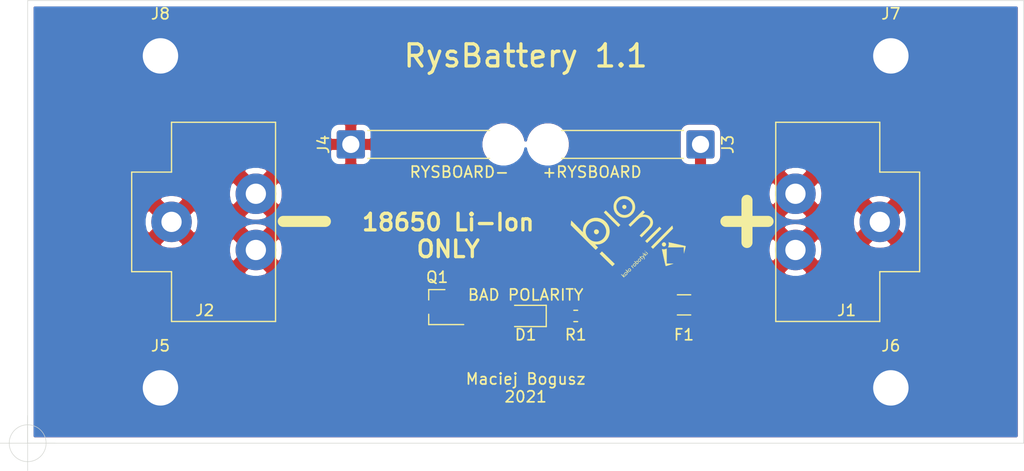
<source format=kicad_pcb>
(kicad_pcb (version 20171130) (host pcbnew "(5.1.9)-1")

  (general
    (thickness 1.6)
    (drawings 20)
    (tracks 20)
    (zones 0)
    (modules 13)
    (nets 7)
  )

  (page A4)
  (layers
    (0 F.Cu signal)
    (31 B.Cu signal)
    (32 B.Adhes user)
    (33 F.Adhes user)
    (34 B.Paste user)
    (35 F.Paste user)
    (36 B.SilkS user)
    (37 F.SilkS user)
    (38 B.Mask user)
    (39 F.Mask user)
    (40 Dwgs.User user)
    (41 Cmts.User user)
    (42 Eco1.User user)
    (43 Eco2.User user)
    (44 Edge.Cuts user)
    (45 Margin user)
    (46 B.CrtYd user)
    (47 F.CrtYd user)
    (48 B.Fab user)
    (49 F.Fab user)
  )

  (setup
    (last_trace_width 0.25)
    (user_trace_width 0.25)
    (user_trace_width 1)
    (user_trace_width 1.5)
    (trace_clearance 0.2)
    (zone_clearance 0.508)
    (zone_45_only no)
    (trace_min 0.2)
    (via_size 0.8)
    (via_drill 0.4)
    (via_min_size 0.4)
    (via_min_drill 0.3)
    (uvia_size 0.3)
    (uvia_drill 0.1)
    (uvias_allowed no)
    (uvia_min_size 0.2)
    (uvia_min_drill 0.1)
    (edge_width 0.05)
    (segment_width 0.2)
    (pcb_text_width 0.3)
    (pcb_text_size 1.5 1.5)
    (mod_edge_width 0.12)
    (mod_text_size 1 1)
    (mod_text_width 0.15)
    (pad_size 3.66 3.66)
    (pad_drill 1.83)
    (pad_to_mask_clearance 0)
    (aux_axis_origin 50 90)
    (grid_origin 50 90)
    (visible_elements 7FFFFFFF)
    (pcbplotparams
      (layerselection 0x010fc_ffffffff)
      (usegerberextensions false)
      (usegerberattributes true)
      (usegerberadvancedattributes true)
      (creategerberjobfile true)
      (excludeedgelayer true)
      (linewidth 0.100000)
      (plotframeref false)
      (viasonmask false)
      (mode 1)
      (useauxorigin false)
      (hpglpennumber 1)
      (hpglpenspeed 20)
      (hpglpendiameter 15.000000)
      (psnegative false)
      (psa4output false)
      (plotreference true)
      (plotvalue true)
      (plotinvisibletext false)
      (padsonsilk false)
      (subtractmaskfromsilk false)
      (outputformat 1)
      (mirror false)
      (drillshape 1)
      (scaleselection 1)
      (outputdirectory ""))
  )

  (net 0 "")
  (net 1 -BATT)
  (net 2 "Net-(D1-Pad1)")
  (net 3 +BATT)
  (net 4 GND)
  (net 5 "Net-(F1-Pad2)")
  (net 6 "Net-(F1-Pad1)")

  (net_class Default "This is the default net class."
    (clearance 0.2)
    (trace_width 0.25)
    (via_dia 0.8)
    (via_drill 0.4)
    (uvia_dia 0.3)
    (uvia_drill 0.1)
    (add_net +BATT)
    (add_net -BATT)
    (add_net GND)
    (add_net "Net-(D1-Pad1)")
    (add_net "Net-(F1-Pad1)")
    (add_net "Net-(F1-Pad2)")
  )

  (net_class power ""
    (clearance 0.4)
    (trace_width 1.5)
    (via_dia 0.8)
    (via_drill 0.4)
    (uvia_dia 0.3)
    (uvia_drill 0.1)
  )

  (module Fuse:Fuse_1206_3216Metric_Pad1.42x1.75mm_HandSolder (layer F.Cu) (tedit 5F68FEF1) (tstamp 606218D5)
    (at 109.3125 77.5)
    (descr "Fuse SMD 1206 (3216 Metric), square (rectangular) end terminal, IPC_7351 nominal with elongated pad for handsoldering. (Body size source: http://www.tortai-tech.com/upload/download/2011102023233369053.pdf), generated with kicad-footprint-generator")
    (tags "fuse handsolder")
    (path /60621B3F)
    (attr smd)
    (fp_text reference F1 (at -0.0125 2.7) (layer F.SilkS)
      (effects (font (size 1 1) (thickness 0.15)))
    )
    (fp_text value 2.5A (at 0 1.82) (layer F.Fab)
      (effects (font (size 1 1) (thickness 0.15)))
    )
    (fp_line (start 2.45 1.12) (end -2.45 1.12) (layer F.CrtYd) (width 0.05))
    (fp_line (start 2.45 -1.12) (end 2.45 1.12) (layer F.CrtYd) (width 0.05))
    (fp_line (start -2.45 -1.12) (end 2.45 -1.12) (layer F.CrtYd) (width 0.05))
    (fp_line (start -2.45 1.12) (end -2.45 -1.12) (layer F.CrtYd) (width 0.05))
    (fp_line (start -0.602064 0.91) (end 0.602064 0.91) (layer F.SilkS) (width 0.12))
    (fp_line (start -0.602064 -0.91) (end 0.602064 -0.91) (layer F.SilkS) (width 0.12))
    (fp_line (start 1.6 0.8) (end -1.6 0.8) (layer F.Fab) (width 0.1))
    (fp_line (start 1.6 -0.8) (end 1.6 0.8) (layer F.Fab) (width 0.1))
    (fp_line (start -1.6 -0.8) (end 1.6 -0.8) (layer F.Fab) (width 0.1))
    (fp_line (start -1.6 0.8) (end -1.6 -0.8) (layer F.Fab) (width 0.1))
    (fp_text user %R (at 0 0) (layer F.Fab)
      (effects (font (size 0.8 0.8) (thickness 0.12)))
    )
    (pad 2 smd roundrect (at 1.4875 0) (size 1.425 1.75) (layers F.Cu F.Paste F.Mask) (roundrect_rratio 0.175439)
      (net 5 "Net-(F1-Pad2)"))
    (pad 1 smd roundrect (at -1.4875 0) (size 1.425 1.75) (layers F.Cu F.Paste F.Mask) (roundrect_rratio 0.175439)
      (net 6 "Net-(F1-Pad1)"))
    (model ${KISYS3DMOD}/Fuse.3dshapes/Fuse_1206_3216Metric.wrl
      (at (xyz 0 0 0))
      (scale (xyz 1 1 1))
      (rotate (xyz 0 0 0))
    )
  )

  (module rysbattery:bionik_logo_small (layer F.Cu) (tedit 0) (tstamp 605CD17D)
    (at 104.25 71.25)
    (path /605D1218)
    (fp_text reference LOGO1 (at 0 0) (layer F.SilkS) hide
      (effects (font (size 1.524 1.524) (thickness 0.3)))
    )
    (fp_text value bionik_logo_small (at 0.75 0) (layer F.SilkS) hide
      (effects (font (size 1.524 1.524) (thickness 0.3)))
    )
    (fp_poly (pts (xy -0.290221 -2.776002) (xy -0.231887 -2.754087) (xy -0.185221 -2.715865) (xy -0.155184 -2.663345)
      (xy -0.152162 -2.653413) (xy -0.14647 -2.590726) (xy -0.161272 -2.533045) (xy -0.192618 -2.483689)
      (xy -0.236557 -2.445976) (xy -0.289137 -2.423226) (xy -0.346409 -2.418755) (xy -0.404422 -2.435884)
      (xy -0.408553 -2.438056) (xy -0.465597 -2.480701) (xy -0.500076 -2.534813) (xy -0.51249 -2.601217)
      (xy -0.512518 -2.610183) (xy -0.502736 -2.677013) (xy -0.475021 -2.726476) (xy -0.428527 -2.760001)
      (xy -0.422042 -2.762856) (xy -0.35526 -2.779595) (xy -0.290221 -2.776002)) (layer F.SilkS) (width 0.01))
    (fp_poly (pts (xy -2.790158 -0.560887) (xy -2.724444 -0.530888) (xy -2.673741 -0.48427) (xy -2.641018 -0.423796)
      (xy -2.629244 -0.352232) (xy -2.62925 -0.34925) (xy -2.641035 -0.294472) (xy -2.671968 -0.239353)
      (xy -2.716706 -0.190288) (xy -2.769905 -0.153669) (xy -2.80392 -0.140259) (xy -2.846802 -0.130116)
      (xy -2.878878 -0.129552) (xy -2.911938 -0.139865) (xy -2.944936 -0.155752) (xy -3.006885 -0.19729)
      (xy -3.046855 -0.249251) (xy -3.067423 -0.31556) (xy -3.070833 -0.3476) (xy -3.071963 -0.395761)
      (xy -3.066661 -0.429297) (xy -3.052777 -0.458616) (xy -3.045636 -0.469598) (xy -2.993952 -0.527223)
      (xy -2.933225 -0.561144) (xy -2.867914 -0.5715) (xy -2.790158 -0.560887)) (layer F.SilkS) (width 0.01))
    (fp_poly (pts (xy -0.25626 -3.573903) (xy -0.110625 -3.550338) (xy 0.029744 -3.505776) (xy 0.161445 -3.440524)
      (xy 0.281073 -3.354885) (xy 0.283048 -3.353198) (xy 0.390915 -3.248908) (xy 0.477333 -3.13813)
      (xy 0.539926 -3.02895) (xy 0.587521 -2.919103) (xy 0.618364 -2.814084) (xy 0.634783 -2.703912)
      (xy 0.63911 -2.6035) (xy 0.636876 -2.504254) (xy 0.627253 -2.419962) (xy 0.608117 -2.341401)
      (xy 0.577345 -2.259348) (xy 0.542649 -2.184434) (xy 0.513585 -2.127137) (xy 0.487261 -2.081641)
      (xy 0.458865 -2.041448) (xy 0.423586 -2.000063) (xy 0.376611 -1.950991) (xy 0.349775 -1.924073)
      (xy 0.262298 -1.842051) (xy 0.181379 -1.778206) (xy 0.101012 -1.728641) (xy 0.015189 -1.689457)
      (xy -0.04445 -1.668327) (xy -0.138593 -1.645705) (xy -0.246576 -1.632356) (xy -0.358415 -1.628746)
      (xy -0.464127 -1.635341) (xy -0.52705 -1.64581) (xy -0.677476 -1.691688) (xy -0.815505 -1.758494)
      (xy -0.939599 -1.844195) (xy -1.048221 -1.946758) (xy -1.139833 -2.06415) (xy -1.212898 -2.194337)
      (xy -1.265878 -2.335286) (xy -1.297234 -2.484964) (xy -1.30543 -2.641337) (xy -1.305337 -2.643663)
      (xy -1.054323 -2.643663) (xy -1.049878 -2.539893) (xy -1.035118 -2.440317) (xy -1.010881 -2.355094)
      (xy -0.959477 -2.251239) (xy -0.888121 -2.152046) (xy -0.801711 -2.062456) (xy -0.705145 -1.987409)
      (xy -0.60332 -1.931845) (xy -0.583145 -1.923653) (xy -0.469552 -1.887449) (xy -0.364014 -1.870289)
      (xy -0.258616 -1.871462) (xy -0.164287 -1.886122) (xy -0.044613 -1.923964) (xy 0.068122 -1.98456)
      (xy 0.170555 -2.065514) (xy 0.259324 -2.164433) (xy 0.29187 -2.210987) (xy 0.35102 -2.324651)
      (xy 0.387043 -2.444196) (xy 0.400684 -2.566827) (xy 0.392688 -2.689752) (xy 0.3638 -2.810176)
      (xy 0.314767 -2.925305) (xy 0.246333 -3.032344) (xy 0.159244 -3.1285) (xy 0.054245 -3.210979)
      (xy 0.019331 -3.232657) (xy -0.080453 -3.278585) (xy -0.194187 -3.309805) (xy -0.314404 -3.325264)
      (xy -0.433636 -3.323911) (xy -0.525742 -3.309446) (xy -0.646174 -3.268364) (xy -0.756392 -3.205579)
      (xy -0.853717 -3.123647) (xy -0.935468 -3.025122) (xy -0.998967 -2.912559) (xy -1.030764 -2.827958)
      (xy -1.048077 -2.74267) (xy -1.054323 -2.643663) (xy -1.305337 -2.643663) (xy -1.304148 -2.67335)
      (xy -1.284012 -2.825455) (xy -1.241411 -2.968097) (xy -1.1846 -3.0861) (xy -1.148338 -3.139107)
      (xy -1.097256 -3.201282) (xy -1.03666 -3.267252) (xy -0.971853 -3.331641) (xy -0.908139 -3.389077)
      (xy -0.850821 -3.434185) (xy -0.82338 -3.452124) (xy -0.69072 -3.515584) (xy -0.549712 -3.556831)
      (xy -0.403757 -3.576169) (xy -0.25626 -3.573903)) (layer F.SilkS) (width 0.01))
    (fp_poly (pts (xy -0.697001 -0.973699) (xy -0.783135 -0.8869) (xy -0.820723 -0.849681) (xy -0.851496 -0.820445)
      (xy -0.871239 -0.803129) (xy -0.876006 -0.8001) (xy -0.885862 -0.808856) (xy -0.912226 -0.834179)
      (xy -0.953672 -0.874656) (xy -1.008769 -0.928871) (xy -1.076088 -0.99541) (xy -1.1542 -1.072859)
      (xy -1.241677 -1.159802) (xy -1.33709 -1.254826) (xy -1.439008 -1.356516) (xy -1.53372 -1.451169)
      (xy -2.184696 -2.102238) (xy -2.097692 -2.188575) (xy -2.010689 -2.274913) (xy -0.697001 -0.973699)) (layer F.SilkS) (width 0.01))
    (fp_poly (pts (xy 1.444397 -2.206617) (xy 1.529967 -2.121048) (xy 1.304809 -1.894842) (xy 1.449329 -1.896131)
      (xy 1.596356 -1.88785) (xy 1.7291 -1.859625) (xy 1.850115 -1.810525) (xy 1.961958 -1.73962)
      (xy 2.025426 -1.686497) (xy 2.119821 -1.585066) (xy 2.190072 -1.476698) (xy 2.236053 -1.36273)
      (xy 2.257636 -1.244497) (xy 2.254693 -1.123335) (xy 2.227097 -1.00058) (xy 2.174719 -0.877567)
      (xy 2.112414 -0.776343) (xy 2.095109 -0.755173) (xy 2.063054 -0.719306) (xy 2.018318 -0.670866)
      (xy 1.962972 -0.611977) (xy 1.899086 -0.544762) (xy 1.828729 -0.471346) (xy 1.753972 -0.393853)
      (xy 1.676884 -0.314406) (xy 1.599535 -0.235129) (xy 1.523996 -0.158147) (xy 1.452335 -0.085582)
      (xy 1.386623 -0.01956) (xy 1.32893 0.037796) (xy 1.281325 0.084363) (xy 1.245879 0.118015)
      (xy 1.224661 0.13663) (xy 1.219675 0.1397) (xy 1.208118 0.131317) (xy 1.183285 0.108923)
      (xy 1.14968 0.076646) (xy 1.134156 0.06126) (xy 1.055717 -0.017179) (xy 1.441348 -0.408774)
      (xy 1.525551 -0.494749) (xy 1.606467 -0.578259) (xy 1.681835 -0.656906) (xy 1.749395 -0.728293)
      (xy 1.806887 -0.790025) (xy 1.852049 -0.839703) (xy 1.882622 -0.874932) (xy 1.891416 -0.88596)
      (xy 1.957188 -0.988855) (xy 1.998767 -1.090272) (xy 2.015908 -1.189274) (xy 2.00837 -1.284929)
      (xy 2.001882 -1.310715) (xy 1.965245 -1.396204) (xy 1.908085 -1.479079) (xy 1.835192 -1.554649)
      (xy 1.751358 -1.618221) (xy 1.661373 -1.665105) (xy 1.627562 -1.677257) (xy 1.534704 -1.697224)
      (xy 1.430599 -1.704564) (xy 1.325813 -1.699269) (xy 1.230913 -1.681331) (xy 1.218283 -1.67758)
      (xy 1.178109 -1.663852) (xy 1.139515 -1.647771) (xy 1.100674 -1.627836) (xy 1.059759 -1.602545)
      (xy 1.014942 -1.570399) (xy 0.964395 -1.529895) (xy 0.906292 -1.479532) (xy 0.838806 -1.417809)
      (xy 0.760107 -1.343225) (xy 0.66837 -1.254278) (xy 0.561767 -1.149468) (xy 0.495076 -1.083465)
      (xy 0.221802 -0.812565) (xy 0.136436 -0.89859) (xy 0.051071 -0.984614) (xy 0.70495 -1.638401)
      (xy 1.358828 -2.292187) (xy 1.444397 -2.206617)) (layer F.SilkS) (width 0.01))
    (fp_poly (pts (xy 3.016085 -0.63493) (xy 2.374864 0.006385) (xy 2.269186 0.111986) (xy 2.168754 0.212166)
      (xy 2.075009 0.305498) (xy 1.98939 0.390559) (xy 1.913337 0.465922) (xy 1.848292 0.530161)
      (xy 1.795693 0.581853) (xy 1.756982 0.61957) (xy 1.733599 0.641889) (xy 1.72688 0.6477)
      (xy 1.71556 0.639271) (xy 1.690865 0.616679) (xy 1.657131 0.583967) (xy 1.638125 0.564973)
      (xy 1.556134 0.482247) (xy 2.844698 -0.806317) (xy 3.016085 -0.63493)) (layer F.SilkS) (width 0.01))
    (fp_poly (pts (xy 3.307031 0.60691) (xy 3.363949 0.640613) (xy 3.373631 0.649426) (xy 3.416178 0.705621)
      (xy 3.435836 0.766983) (xy 3.432278 0.829357) (xy 3.405178 0.888589) (xy 3.393592 0.903731)
      (xy 3.340532 0.950025) (xy 3.28053 0.972804) (xy 3.216421 0.971338) (xy 3.178406 0.959063)
      (xy 3.118796 0.920873) (xy 3.07952 0.867785) (xy 3.061696 0.801501) (xy 3.0607 0.779617)
      (xy 3.067695 0.727411) (xy 3.091384 0.682579) (xy 3.12754 0.644258) (xy 3.183886 0.608629)
      (xy 3.245363 0.596214) (xy 3.307031 0.60691)) (layer F.SilkS) (width 0.01))
    (fp_poly (pts (xy 4.004497 -0.90282) (xy 4.014437 -0.871484) (xy 4.02676 -0.825453) (xy 4.03748 -0.780834)
      (xy 4.06811 -0.64728) (xy 3.339906 0.085935) (xy 3.222069 0.204594) (xy 3.105588 0.321912)
      (xy 2.992264 0.436073) (xy 2.883895 0.545263) (xy 2.782284 0.647667) (xy 2.689231 0.741469)
      (xy 2.606535 0.824856) (xy 2.535998 0.896013) (xy 2.47942 0.953125) (xy 2.438601 0.994376)
      (xy 2.432778 1.000268) (xy 2.253854 1.181387) (xy 2.168749 1.095518) (xy 2.083645 1.00965)
      (xy 3.036819 0.047625) (xy 3.16586 -0.082536) (xy 3.289911 -0.207511) (xy 3.407802 -0.32613)
      (xy 3.518362 -0.437221) (xy 3.620421 -0.539614) (xy 3.712806 -0.632136) (xy 3.794349 -0.713616)
      (xy 3.863877 -0.782883) (xy 3.92022 -0.838765) (xy 3.962207 -0.880092) (xy 3.988667 -0.905692)
      (xy 3.998422 -0.914394) (xy 4.004497 -0.90282)) (layer F.SilkS) (width 0.01))
    (fp_poly (pts (xy -2.645613 -1.594941) (xy -2.480096 -1.55079) (xy -2.323802 -1.483215) (xy -2.177524 -1.392494)
      (xy -2.042057 -1.278906) (xy -2.035126 -1.272187) (xy -1.920174 -1.146895) (xy -1.828139 -1.016831)
      (xy -1.756548 -0.877988) (xy -1.706974 -0.740262) (xy -1.684851 -0.64215) (xy -1.670573 -0.528432)
      (xy -1.664508 -0.407777) (xy -1.667026 -0.288852) (xy -1.678496 -0.180327) (xy -1.682239 -0.158805)
      (xy -1.724023 -0.001861) (xy -1.787464 0.146994) (xy -1.870384 0.28559) (xy -1.970606 0.411754)
      (xy -2.085952 0.523312) (xy -2.214246 0.618092) (xy -2.35331 0.693921) (xy -2.500966 0.748628)
      (xy -2.617853 0.774783) (xy -2.674626 0.781165) (xy -2.745116 0.785121) (xy -2.817709 0.786119)
      (xy -2.84941 0.785409) (xy -2.984066 0.780424) (xy -2.936823 0.831537) (xy -2.906588 0.863837)
      (xy -2.865585 0.907097) (xy -2.820727 0.954037) (xy -2.800824 0.974735) (xy -2.712066 1.06682)
      (xy -2.81306 1.16841) (xy -2.854196 1.208965) (xy -2.889086 1.241826) (xy -2.91375 1.263344)
      (xy -2.923842 1.27) (xy -2.933897 1.261209) (xy -2.960841 1.235554) (xy -3.003582 1.194113)
      (xy -3.061029 1.137964) (xy -3.132091 1.068183) (xy -3.215677 0.985848) (xy -3.310694 0.892037)
      (xy -3.416053 0.787827) (xy -3.530661 0.674295) (xy -3.653427 0.552518) (xy -3.78326 0.423575)
      (xy -3.919069 0.288542) (xy -4.052855 0.155376) (xy -5.17208 -0.959248) (xy -5.156368 -1.162249)
      (xy -5.150689 -1.231344) (xy -5.145146 -1.291151) (xy -5.140198 -1.337257) (xy -5.136304 -1.365246)
      (xy -5.134588 -1.3716) (xy -5.124849 -1.363955) (xy -5.098925 -1.339707) (xy -5.058388 -1.30042)
      (xy -5.004809 -1.247655) (xy -4.939759 -1.182973) (xy -4.864808 -1.107936) (xy -4.781529 -1.024107)
      (xy -4.691491 -0.933046) (xy -4.604556 -0.844751) (xy -4.080592 -0.311551) (xy -4.076288 -0.409916)
      (xy -3.830464 -0.409916) (xy -3.821221 -0.269147) (xy -3.795112 -0.153884) (xy -3.742681 -0.022174)
      (xy -3.66965 0.102449) (xy -3.579167 0.216945) (xy -3.474376 0.318273) (xy -3.358425 0.403391)
      (xy -3.234458 0.46926) (xy -3.105624 0.512839) (xy -3.10515 0.512953) (xy -3.040383 0.523791)
      (xy -2.960264 0.530177) (xy -2.873167 0.5321) (xy -2.787466 0.529552) (xy -2.711532 0.522524)
      (xy -2.662484 0.513425) (xy -2.521701 0.464824) (xy -2.392779 0.395369) (xy -2.277529 0.307381)
      (xy -2.177761 0.203179) (xy -2.095286 0.085086) (xy -2.031914 -0.04458) (xy -1.989456 -0.183497)
      (xy -1.969721 -0.329345) (xy -1.9685 -0.376057) (xy -1.971969 -0.474985) (xy -1.983874 -0.561088)
      (xy -2.006462 -0.646175) (xy -2.034694 -0.72388) (xy -2.102313 -0.861578) (xy -2.189619 -0.983741)
      (xy -2.295362 -1.089214) (xy -2.418293 -1.176847) (xy -2.557164 -1.245485) (xy -2.627253 -1.27075)
      (xy -2.777147 -1.306548) (xy -2.926136 -1.318174) (xy -3.071939 -1.306147) (xy -3.212269 -1.270985)
      (xy -3.344845 -1.213206) (xy -3.467382 -1.13333) (xy -3.549167 -1.061381) (xy -3.646243 -0.948594)
      (xy -3.723766 -0.823897) (xy -3.780881 -0.690447) (xy -3.816732 -0.551401) (xy -3.830464 -0.409916)
      (xy -4.076288 -0.409916) (xy -4.073376 -0.476451) (xy -4.056806 -0.645138) (xy -4.021646 -0.798549)
      (xy -3.96642 -0.940174) (xy -3.889649 -1.073506) (xy -3.789858 -1.202037) (xy -3.746523 -1.249372)
      (xy -3.647122 -1.344935) (xy -3.546972 -1.42199) (xy -3.43808 -1.486377) (xy -3.388913 -1.510534)
      (xy -3.282639 -1.554801) (xy -3.179692 -1.585258) (xy -3.069142 -1.60476) (xy -3.00114 -1.611852)
      (xy -2.819559 -1.615388) (xy -2.645613 -1.594941)) (layer F.SilkS) (width 0.01))
    (fp_poly (pts (xy 1.552418 1.37384) (xy 1.55575 1.3843) (xy 1.545192 1.402232) (xy 1.533525 1.407282)
      (xy 1.515523 1.402864) (xy 1.5113 1.3843) (xy 1.517727 1.363455) (xy 1.533525 1.361317)
      (xy 1.552418 1.37384)) (layer F.SilkS) (width 0.01))
    (fp_poly (pts (xy 3.677861 0.599575) (xy 3.715873 0.607216) (xy 3.773403 0.619243) (xy 3.847815 0.635076)
      (xy 3.936475 0.654136) (xy 4.036748 0.675842) (xy 4.145999 0.699616) (xy 4.261594 0.724878)
      (xy 4.380896 0.751048) (xy 4.501271 0.777546) (xy 4.620085 0.803794) (xy 4.734702 0.829212)
      (xy 4.842487 0.853219) (xy 4.940806 0.875237) (xy 5.027024 0.894686) (xy 5.098505 0.910986)
      (xy 5.152615 0.923557) (xy 5.186719 0.931821) (xy 5.195907 0.934294) (xy 5.202417 0.938292)
      (xy 5.206264 0.947235) (xy 5.20701 0.963498) (xy 5.204219 0.989457) (xy 5.197451 1.027487)
      (xy 5.186269 1.079964) (xy 5.170235 1.149263) (xy 5.148911 1.23776) (xy 5.121859 1.347831)
      (xy 5.113264 1.382577) (xy 5.058659 1.603104) (xy 5.050279 1.447258) (xy 5.046787 1.37116)
      (xy 5.044008 1.289375) (xy 5.042288 1.213383) (xy 5.0419 1.169581) (xy 5.0419 1.04775)
      (xy 4.3307 1.049929) (xy 4.198938 1.050267) (xy 4.075093 1.050456) (xy 3.961437 1.050502)
      (xy 3.860241 1.05041) (xy 3.773777 1.050185) (xy 3.704319 1.049832) (xy 3.654137 1.049358)
      (xy 3.625504 1.048766) (xy 3.6195 1.048289) (xy 3.624354 1.035673) (xy 3.636972 1.006726)
      (xy 3.651611 0.974328) (xy 3.682066 0.880553) (xy 3.692646 0.780551) (xy 3.682524 0.683409)
      (xy 3.679242 0.669925) (xy 3.669367 0.631275) (xy 3.663184 0.604803) (xy 3.662001 0.5969)
      (xy 3.677861 0.599575)) (layer F.SilkS) (width 0.01))
    (fp_poly (pts (xy 1.635934 1.458083) (xy 1.666037 1.483276) (xy 1.709513 1.525343) (xy 1.714876 1.530729)
      (xy 1.756652 1.573441) (xy 1.782567 1.602377) (xy 1.795087 1.621346) (xy 1.796682 1.634155)
      (xy 1.78982 1.644613) (xy 1.789137 1.645305) (xy 1.778857 1.652494) (xy 1.766751 1.651192)
      (xy 1.749236 1.638776) (xy 1.722726 1.612627) (xy 1.683638 1.570123) (xy 1.67843 1.564351)
      (xy 1.637224 1.517382) (xy 1.61208 1.485122) (xy 1.600973 1.464449) (xy 1.601878 1.452238)
      (xy 1.604169 1.449775) (xy 1.616285 1.447628) (xy 1.635934 1.458083)) (layer F.SilkS) (width 0.01))
    (fp_poly (pts (xy 1.546005 1.526131) (xy 1.548703 1.550369) (xy 1.549398 1.595608) (xy 1.5494 1.598644)
      (xy 1.5494 1.6891) (xy 1.743836 1.6891) (xy 1.719803 1.715656) (xy 1.703933 1.729898)
      (xy 1.684612 1.736653) (xy 1.654296 1.737185) (xy 1.613059 1.733568) (xy 1.53035 1.724922)
      (xy 1.574229 1.770628) (xy 1.59959 1.798965) (xy 1.608597 1.816524) (xy 1.603755 1.829541)
      (xy 1.599629 1.833823) (xy 1.590441 1.838348) (xy 1.577494 1.834842) (xy 1.558015 1.821059)
      (xy 1.52923 1.794753) (xy 1.488367 1.753679) (xy 1.445154 1.708717) (xy 1.391179 1.651171)
      (xy 1.35385 1.608885) (xy 1.331427 1.579596) (xy 1.322169 1.561042) (xy 1.324026 1.551253)
      (xy 1.335741 1.548398) (xy 1.35539 1.558719) (xy 1.385961 1.584306) (xy 1.425097 1.621926)
      (xy 1.5113 1.707468) (xy 1.5113 1.623639) (xy 1.513794 1.569085) (xy 1.521727 1.535937)
      (xy 1.53035 1.524) (xy 1.540242 1.51873) (xy 1.546005 1.526131)) (layer F.SilkS) (width 0.01))
    (fp_poly (pts (xy 1.079063 1.87513) (xy 1.096336 1.89022) (xy 1.117678 1.907904) (xy 1.131941 1.908415)
      (xy 1.146714 1.895842) (xy 1.16675 1.882074) (xy 1.183043 1.889164) (xy 1.183249 1.889369)
      (xy 1.190695 1.905902) (xy 1.177875 1.926942) (xy 1.177239 1.927648) (xy 1.167273 1.941252)
      (xy 1.167366 1.954527) (xy 1.180141 1.972978) (xy 1.208221 2.002111) (xy 1.216711 2.010498)
      (xy 1.262469 2.050407) (xy 1.296385 2.068419) (xy 1.318216 2.064437) (xy 1.324504 2.054225)
      (xy 1.333176 2.044786) (xy 1.346852 2.053924) (xy 1.355857 2.06916) (xy 1.346554 2.087753)
      (xy 1.340121 2.095199) (xy 1.312581 2.116332) (xy 1.282715 2.118447) (xy 1.247323 2.10059)
      (xy 1.203209 2.061807) (xy 1.192924 2.051317) (xy 1.156578 2.015373) (xy 1.132334 1.996584)
      (xy 1.116277 1.992394) (xy 1.108515 1.996169) (xy 1.087716 2.002977) (xy 1.072301 1.993778)
      (xy 1.07018 1.976059) (xy 1.076786 1.966133) (xy 1.084379 1.949513) (xy 1.071506 1.928584)
      (xy 1.071436 1.928506) (xy 1.058208 1.901846) (xy 1.059241 1.88452) (xy 1.066978 1.871566)
      (xy 1.079063 1.87513)) (layer F.SilkS) (width 0.01))
    (fp_poly (pts (xy 1.368053 1.709479) (xy 1.381558 1.730694) (xy 1.400272 1.768534) (xy 1.425898 1.825882)
      (xy 1.439362 1.857017) (xy 1.474125 1.941561) (xy 1.497005 2.006728) (xy 1.508599 2.055266)
      (xy 1.509504 2.089921) (xy 1.500314 2.113441) (xy 1.496059 2.11836) (xy 1.469649 2.132759)
      (xy 1.445385 2.126793) (xy 1.443538 2.125105) (xy 1.444326 2.110539) (xy 1.45537 2.094151)
      (xy 1.468019 2.073845) (xy 1.467306 2.048832) (xy 1.461334 2.028179) (xy 1.452629 2.007707)
      (xy 1.438827 1.990622) (xy 1.415362 1.973625) (xy 1.377668 1.953417) (xy 1.321181 1.926699)
      (xy 1.320386 1.926333) (xy 1.269271 1.901707) (xy 1.228043 1.879808) (xy 1.201421 1.863274)
      (xy 1.1938 1.8555) (xy 1.199059 1.840724) (xy 1.216759 1.83773) (xy 1.249778 1.846986)
      (xy 1.300996 1.868957) (xy 1.31367 1.874915) (xy 1.358234 1.895295) (xy 1.393241 1.909829)
      (xy 1.413108 1.916258) (xy 1.415503 1.916129) (xy 1.412789 1.903222) (xy 1.401319 1.873125)
      (xy 1.383329 1.831545) (xy 1.376604 1.816841) (xy 1.355107 1.768377) (xy 1.344273 1.737155)
      (xy 1.342854 1.717978) (xy 1.349605 1.705654) (xy 1.349865 1.705391) (xy 1.358055 1.702005)
      (xy 1.368053 1.709479)) (layer F.SilkS) (width 0.01))
    (fp_poly (pts (xy 1.049007 2.066637) (xy 1.071017 2.07474) (xy 1.11778 2.104912) (xy 1.15607 2.148785)
      (xy 1.176464 2.19306) (xy 1.1767 2.240232) (xy 1.15678 2.283061) (xy 1.121945 2.317672)
      (xy 1.077434 2.340189) (xy 1.028487 2.346735) (xy 0.984086 2.335343) (xy 0.950121 2.307595)
      (xy 0.921406 2.264924) (xy 0.904122 2.217789) (xy 0.9017 2.195964) (xy 0.906972 2.170491)
      (xy 0.943824 2.170491) (xy 0.944742 2.211707) (xy 0.970306 2.256755) (xy 0.972678 2.259625)
      (xy 1.0111 2.289808) (xy 1.054105 2.299162) (xy 1.095036 2.286793) (xy 1.107074 2.277681)
      (xy 1.127521 2.243903) (xy 1.12624 2.202913) (xy 1.103759 2.15974) (xy 1.093454 2.147643)
      (xy 1.052531 2.116302) (xy 1.01221 2.110144) (xy 0.973115 2.129235) (xy 0.967594 2.134094)
      (xy 0.943824 2.170491) (xy 0.906972 2.170491) (xy 0.913073 2.141021) (xy 0.946364 2.098291)
      (xy 0.985909 2.074938) (xy 1.020032 2.064062) (xy 1.049007 2.066637)) (layer F.SilkS) (width 0.01))
    (fp_poly (pts (xy 0.849204 2.284864) (xy 0.892928 2.315382) (xy 0.928159 2.358587) (xy 0.949131 2.408214)
      (xy 0.9525 2.436056) (xy 0.943547 2.476101) (xy 0.920856 2.511756) (xy 0.890673 2.53513)
      (xy 0.870217 2.54) (xy 0.848686 2.544485) (xy 0.846349 2.561774) (xy 0.84722 2.5654)
      (xy 0.848822 2.585536) (xy 0.838296 2.589275) (xy 0.814707 2.575984) (xy 0.77712 2.545033)
      (xy 0.7246 2.495788) (xy 0.682194 2.453853) (xy 0.628333 2.398993) (xy 0.591174 2.358889)
      (xy 0.568757 2.33107) (xy 0.559123 2.313064) (xy 0.560309 2.3024) (xy 0.561225 2.301354)
      (xy 0.573673 2.296549) (xy 0.5923 2.305276) (xy 0.621305 2.329978) (xy 0.637638 2.345748)
      (xy 0.669813 2.37691) (xy 0.688025 2.391813) (xy 0.696241 2.392194) (xy 0.696489 2.390782)
      (xy 0.7239 2.390782) (xy 0.7347 2.428514) (xy 0.762167 2.466648) (xy 0.798898 2.497471)
      (xy 0.837491 2.51327) (xy 0.841952 2.513794) (xy 0.856834 2.506172) (xy 0.880159 2.486418)
      (xy 0.884015 2.482638) (xy 0.906299 2.452845) (xy 0.908218 2.425232) (xy 0.907411 2.422313)
      (xy 0.88808 2.385128) (xy 0.857439 2.351681) (xy 0.823347 2.329285) (xy 0.801898 2.3241)
      (xy 0.764956 2.333753) (xy 0.736151 2.357903) (xy 0.723925 2.389329) (xy 0.7239 2.390782)
      (xy 0.696489 2.390782) (xy 0.698426 2.379785) (xy 0.6985 2.372376) (xy 0.709151 2.340428)
      (xy 0.735634 2.308069) (xy 0.769746 2.283095) (xy 0.80275 2.2733) (xy 0.849204 2.284864)) (layer F.SilkS) (width 0.01))
    (fp_poly (pts (xy 3.490555 1.174925) (xy 3.492098 1.188856) (xy 3.493455 1.2258) (xy 3.494606 1.283367)
      (xy 3.49553 1.359172) (xy 3.496206 1.450825) (xy 3.496613 1.55594) (xy 3.496732 1.672129)
      (xy 3.496541 1.797004) (xy 3.496373 1.848911) (xy 3.493897 2.5146) (xy 3.801173 2.514794)
      (xy 3.908214 2.515314) (xy 3.990268 2.516734) (xy 4.047729 2.519071) (xy 4.080996 2.522344)
      (xy 4.090465 2.52657) (xy 4.0894 2.527626) (xy 4.071633 2.535383) (xy 4.0337 2.549373)
      (xy 3.979682 2.568262) (xy 3.913659 2.590711) (xy 3.839711 2.615387) (xy 3.761918 2.640952)
      (xy 3.68436 2.66607) (xy 3.611119 2.689406) (xy 3.546273 2.709624) (xy 3.493903 2.725388)
      (xy 3.45809 2.735361) (xy 3.447564 2.737778) (xy 3.414127 2.740312) (xy 3.398988 2.730821)
      (xy 3.398146 2.728713) (xy 3.392784 2.708461) (xy 3.382852 2.666861) (xy 3.368919 2.606508)
      (xy 3.351553 2.530003) (xy 3.331324 2.439941) (xy 3.3088 2.338922) (xy 3.28455 2.229543)
      (xy 3.259142 2.114403) (xy 3.233147 1.996098) (xy 3.207132 1.877227) (xy 3.181666 1.760388)
      (xy 3.157319 1.648179) (xy 3.134658 1.543197) (xy 3.114253 1.448041) (xy 3.096673 1.365308)
      (xy 3.082487 1.297596) (xy 3.072262 1.247504) (xy 3.066569 1.217628) (xy 3.065623 1.210043)
      (xy 3.080443 1.209625) (xy 3.109139 1.216407) (xy 3.115409 1.218394) (xy 3.192998 1.23326)
      (xy 3.279827 1.23248) (xy 3.365829 1.216911) (xy 3.433405 1.191364) (xy 3.464993 1.177991)
      (xy 3.48665 1.173616) (xy 3.490555 1.174925)) (layer F.SilkS) (width 0.01))
    (fp_poly (pts (xy -2.225922 1.553941) (xy -2.183334 1.594622) (xy -2.128237 1.647569) (xy -2.06275 1.710718)
      (xy -1.988995 1.782008) (xy -1.909094 1.859375) (xy -1.825167 1.940758) (xy -1.739334 2.024094)
      (xy -1.653719 2.10732) (xy -1.57044 2.188373) (xy -1.49162 2.265192) (xy -1.41938 2.335714)
      (xy -1.355841 2.397876) (xy -1.303123 2.449616) (xy -1.263348 2.488871) (xy -1.238636 2.513579)
      (xy -1.232539 2.51989) (xy -1.201428 2.553386) (xy -1.302092 2.654643) (xy -1.342827 2.695044)
      (xy -1.376893 2.727754) (xy -1.400439 2.749145) (xy -1.409403 2.755723) (xy -1.41937 2.747019)
      (xy -1.445865 2.721972) (xy -1.487341 2.682089) (xy -1.542252 2.628874) (xy -1.609053 2.563835)
      (xy -1.686198 2.488475) (xy -1.772141 2.404302) (xy -1.865336 2.312819) (xy -1.964238 2.215534)
      (xy -1.986969 2.193148) (xy -2.557887 1.63075) (xy -2.459664 1.527941) (xy -2.361442 1.425133)
      (xy -2.225922 1.553941)) (layer F.SilkS) (width 0.01))
    (fp_poly (pts (xy 0.643139 2.513706) (xy 0.685572 2.546619) (xy 0.717163 2.593088) (xy 0.724356 2.611233)
      (xy 0.728576 2.660752) (xy 0.712173 2.708294) (xy 0.679624 2.748008) (xy 0.635408 2.774042)
      (xy 0.594355 2.781086) (xy 0.564061 2.774167) (xy 0.528873 2.757555) (xy 0.525097 2.755212)
      (xy 0.479925 2.71392) (xy 0.456105 2.665204) (xy 0.453904 2.627168) (xy 0.4953 2.627168)
      (xy 0.505323 2.667488) (xy 0.531247 2.699954) (xy 0.566857 2.721832) (xy 0.605934 2.730385)
      (xy 0.642262 2.72288) (xy 0.666029 2.702274) (xy 0.681297 2.670235) (xy 0.6858 2.646101)
      (xy 0.675494 2.615808) (xy 0.649858 2.583007) (xy 0.616813 2.555414) (xy 0.58428 2.540745)
      (xy 0.576873 2.54) (xy 0.539291 2.551413) (xy 0.509832 2.58054) (xy 0.49567 2.619714)
      (xy 0.4953 2.627168) (xy 0.453904 2.627168) (xy 0.45315 2.614159) (xy 0.470569 2.565879)
      (xy 0.507875 2.525456) (xy 0.549298 2.503098) (xy 0.595751 2.497987) (xy 0.643139 2.513706)) (layer F.SilkS) (width 0.01))
    (fp_poly (pts (xy 0.394027 2.662467) (xy 0.401422 2.679609) (xy 0.390639 2.704636) (xy 0.389166 2.706917)
      (xy 0.377235 2.729721) (xy 0.377992 2.750692) (xy 0.389874 2.778753) (xy 0.412077 2.812435)
      (xy 0.444734 2.849148) (xy 0.460371 2.863618) (xy 0.490396 2.894554) (xy 0.501225 2.918116)
      (xy 0.492161 2.931582) (xy 0.478334 2.9337) (xy 0.463234 2.925171) (xy 0.43527 2.902243)
      (xy 0.399103 2.868902) (xy 0.375934 2.846094) (xy 0.335207 2.802649) (xy 0.30836 2.768849)
      (xy 0.297637 2.747652) (xy 0.298184 2.743628) (xy 0.316247 2.734114) (xy 0.325134 2.735585)
      (xy 0.340103 2.732315) (xy 0.3429 2.719828) (xy 0.349359 2.690736) (xy 0.364732 2.66795)
      (xy 0.383011 2.658209) (xy 0.394027 2.662467)) (layer F.SilkS) (width 0.01))
    (fp_poly (pts (xy 0.181107 2.968598) (xy 0.231616 3.006582) (xy 0.263656 3.05084) (xy 0.274848 3.097981)
      (xy 0.268248 3.143994) (xy 0.246909 3.184867) (xy 0.213884 3.216589) (xy 0.172228 3.235148)
      (xy 0.124995 3.236533) (xy 0.075237 3.216732) (xy 0.072826 3.215172) (xy 0.028643 3.178082)
      (xy 0.005859 3.13659) (xy 0.000403 3.095178) (xy 0.00655 3.061709) (xy 0.042626 3.061709)
      (xy 0.042804 3.101419) (xy 0.067961 3.142913) (xy 0.075223 3.150576) (xy 0.117452 3.179787)
      (xy 0.160683 3.186874) (xy 0.199928 3.17122) (xy 0.205374 3.166681) (xy 0.225977 3.13272)
      (xy 0.225532 3.09161) (xy 0.204677 3.049427) (xy 0.191476 3.034323) (xy 0.150301 3.00455)
      (xy 0.110905 2.999956) (xy 0.072328 3.020467) (xy 0.067493 3.024813) (xy 0.042626 3.061709)
      (xy 0.00655 3.061709) (xy 0.01114 3.036725) (xy 0.042764 2.990585) (xy 0.084538 2.9638)
      (xy 0.132928 2.95455) (xy 0.181107 2.968598)) (layer F.SilkS) (width 0.01))
    (fp_poly (pts (xy -0.187315 3.075318) (xy -0.158045 3.100167) (xy -0.139621 3.117928) (xy -0.10505 3.150136)
      (xy -0.084718 3.16414) (xy -0.076576 3.161222) (xy -0.0762 3.157589) (xy -0.069241 3.141042)
      (xy -0.060325 3.140137) (xy -0.048334 3.155407) (xy -0.043888 3.179381) (xy -0.033117 3.212448)
      (xy -0.001132 3.255202) (xy 0.017937 3.27547) (xy 0.047349 3.308371) (xy 0.066272 3.335567)
      (xy 0.070743 3.351329) (xy 0.070601 3.351584) (xy 0.059204 3.363244) (xy 0.044191 3.360674)
      (xy 0.020791 3.34181) (xy 0 3.32105) (xy -0.033006 3.289734) (xy -0.053083 3.27814)
      (xy -0.062305 3.285487) (xy -0.0635 3.297205) (xy -0.067282 3.310604) (xy -0.081239 3.303088)
      (xy -0.092901 3.279866) (xy -0.092187 3.262396) (xy -0.093819 3.243151) (xy -0.109306 3.217087)
      (xy -0.141142 3.180472) (xy -0.159658 3.161383) (xy -0.196762 3.122277) (xy -0.216978 3.096198)
      (xy -0.222631 3.079567) (xy -0.21848 3.070899) (xy -0.206118 3.066362) (xy -0.187315 3.075318)) (layer F.SilkS) (width 0.01))
    (fp_poly (pts (xy -0.168779 3.291626) (xy -0.118188 3.319912) (xy -0.089224 3.348021) (xy -0.0571 3.398267)
      (xy -0.050331 3.447215) (xy -0.068926 3.495247) (xy -0.09398 3.52552) (xy -0.140994 3.56065)
      (xy -0.187599 3.570723) (xy -0.235073 3.555697) (xy -0.280895 3.519394) (xy -0.318619 3.468951)
      (xy -0.331133 3.418523) (xy -0.326413 3.400051) (xy -0.288 3.400051) (xy -0.287108 3.43562)
      (xy -0.262631 3.4728) (xy -0.254977 3.480776) (xy -0.212086 3.510985) (xy -0.16963 3.517632)
      (xy -0.13105 3.500633) (xy -0.115 3.484154) (xy -0.096641 3.448702) (xy -0.100416 3.413918)
      (xy -0.127138 3.375972) (xy -0.140894 3.362325) (xy -0.183259 3.333899) (xy -0.222485 3.330285)
      (xy -0.257607 3.351494) (xy -0.265779 3.360862) (xy -0.288 3.400051) (xy -0.326413 3.400051)
      (xy -0.318362 3.368544) (xy -0.308742 3.35245) (xy -0.26657 3.307946) (xy -0.219077 3.287654)
      (xy -0.168779 3.291626)) (layer F.SilkS) (width 0.01))
    (fp_poly (pts (xy -0.398017 3.45092) (xy -0.394731 3.467597) (xy -0.393755 3.50357) (xy -0.3937 3.528631)
      (xy -0.3937 3.6195) (xy -0.199264 3.6195) (xy -0.223297 3.646056) (xy -0.239167 3.660298)
      (xy -0.258488 3.667053) (xy -0.288804 3.667585) (xy -0.330041 3.663968) (xy -0.41275 3.655322)
      (xy -0.368871 3.701028) (xy -0.343501 3.729252) (xy -0.334333 3.746778) (xy -0.338856 3.760086)
      (xy -0.343872 3.765614) (xy -0.352723 3.770943) (xy -0.364564 3.76886) (xy -0.382172 3.757101)
      (xy -0.40832 3.7334) (xy -0.445781 3.695491) (xy -0.497332 3.64111) (xy -0.500575 3.637655)
      (xy -0.555234 3.578416) (xy -0.593204 3.534691) (xy -0.61609 3.504377) (xy -0.625499 3.48537)
      (xy -0.623851 3.47627) (xy -0.611927 3.473991) (xy -0.591274 3.485387) (xy -0.559157 3.512399)
      (xy -0.519736 3.550137) (xy -0.430166 3.63855) (xy -0.435298 3.559301) (xy -0.436849 3.512452)
      (xy -0.433075 3.483312) (xy -0.422638 3.464503) (xy -0.417065 3.458907) (xy -0.405 3.449403)
      (xy -0.398017 3.45092)) (layer F.SilkS) (width 0.01))
  )

  (module rysbattery:keystone_54 (layer F.Cu) (tedit 60621627) (tstamp 605D3034)
    (at 127 70 180)
    (path /605D1E55)
    (fp_text reference J1 (at 3 -8) (layer F.SilkS)
      (effects (font (size 1 1) (thickness 0.15)))
    )
    (fp_text value BATT_CLIP (at 1.3 -5.4) (layer F.Fab)
      (effects (font (size 1 1) (thickness 0.15)))
    )
    (fp_line (start 9.4 9) (end 9.4 0) (layer F.CrtYd) (width 0.12))
    (fp_line (start -3.6 9) (end 9.4 9) (layer F.CrtYd) (width 0.12))
    (fp_line (start -3.6 -9) (end -3.6 9) (layer F.CrtYd) (width 0.12))
    (fp_line (start 9.4 -9) (end -3.6 -9) (layer F.CrtYd) (width 0.12))
    (fp_line (start 9.4 0) (end 9.4 -9) (layer F.CrtYd) (width 0.12))
    (fp_line (start 9.4 -9) (end 9.4 9) (layer F.SilkS) (width 0.12))
    (fp_line (start 9.4 9) (end 0 9) (layer F.SilkS) (width 0.12))
    (fp_line (start 0 9) (end 0 4.5) (layer F.SilkS) (width 0.12))
    (fp_line (start 0 4.5) (end -3.6 4.5) (layer F.SilkS) (width 0.12))
    (fp_line (start 9.4 -9) (end 0 -9) (layer F.SilkS) (width 0.12))
    (fp_line (start 0 -9) (end 0 -4.5) (layer F.SilkS) (width 0.12))
    (fp_line (start 0 -4.5) (end -3.6 -4.5) (layer F.SilkS) (width 0.12))
    (fp_line (start -3.6 -4.5) (end -3.6 4.5) (layer F.SilkS) (width 0.12))
    (fp_text user + (at 12 0.4 180) (layer F.SilkS)
      (effects (font (size 5 5) (thickness 1)))
    )
    (pad 3 thru_hole circle (at 7.62 2.54 180) (size 3.66 3.66) (drill 1.83) (layers *.Cu *.Mask)
      (net 3 +BATT) (zone_connect 1) (thermal_width 1.5))
    (pad 2 thru_hole circle (at 7.62 -2.54 180) (size 3.66 3.66) (drill 1.83) (layers *.Cu *.Mask)
      (net 3 +BATT) (zone_connect 1) (thermal_width 1.5))
    (pad 1 thru_hole circle (at 0 0 180) (size 3.66 3.66) (drill 1.83) (layers *.Cu *.Mask)
      (net 3 +BATT) (zone_connect 1) (thermal_width 1.5))
  )

  (module rysbattery:keystone_54 (layer F.Cu) (tedit 60621614) (tstamp 605CCEC6)
    (at 63 70)
    (path /605D7D42)
    (fp_text reference J2 (at 3 8) (layer F.SilkS)
      (effects (font (size 1 1) (thickness 0.15)))
    )
    (fp_text value BATT_CLIP (at 1.3 -5.4) (layer F.Fab)
      (effects (font (size 1 1) (thickness 0.15)))
    )
    (fp_line (start 9.4 9) (end 9.4 0) (layer F.CrtYd) (width 0.12))
    (fp_line (start -3.6 9) (end 9.4 9) (layer F.CrtYd) (width 0.12))
    (fp_line (start -3.6 -9) (end -3.6 9) (layer F.CrtYd) (width 0.12))
    (fp_line (start 9.4 -9) (end -3.6 -9) (layer F.CrtYd) (width 0.12))
    (fp_line (start 9.4 0) (end 9.4 -9) (layer F.CrtYd) (width 0.12))
    (fp_line (start 9.4 -9) (end 9.4 9) (layer F.SilkS) (width 0.12))
    (fp_line (start 9.4 9) (end 0 9) (layer F.SilkS) (width 0.12))
    (fp_line (start 0 9) (end 0 4.5) (layer F.SilkS) (width 0.12))
    (fp_line (start 0 4.5) (end -3.6 4.5) (layer F.SilkS) (width 0.12))
    (fp_line (start 9.4 -9) (end 0 -9) (layer F.SilkS) (width 0.12))
    (fp_line (start 0 -9) (end 0 -4.5) (layer F.SilkS) (width 0.12))
    (fp_line (start 0 -4.5) (end -3.6 -4.5) (layer F.SilkS) (width 0.12))
    (fp_line (start -3.6 -4.5) (end -3.6 4.5) (layer F.SilkS) (width 0.12))
    (fp_text user - (at 12 -0.4) (layer F.SilkS)
      (effects (font (size 5 5) (thickness 1)))
    )
    (pad 3 thru_hole circle (at 7.62 2.54) (size 3.66 3.66) (drill 1.83) (layers *.Cu *.Mask)
      (net 1 -BATT) (zone_connect 1) (thermal_width 1.5))
    (pad 2 thru_hole circle (at 7.62 -2.54) (size 3.66 3.66) (drill 1.83) (layers *.Cu *.Mask)
      (net 1 -BATT) (zone_connect 1) (thermal_width 1.5))
    (pad 1 thru_hole circle (at 0 0) (size 3.66 3.66) (drill 1.83) (layers *.Cu *.Mask)
      (net 1 -BATT) (zone_connect 1) (thermal_width 1.5))
  )

  (module Connector_Wire:SolderWire-0.75sqmm_1x01_D1.25mm_OD2.3mm_Relief (layer F.Cu) (tedit 606215F7) (tstamp 605CC42D)
    (at 79.2 63 90)
    (descr "Soldered wire connection with feed through strain relief, for a single 0.75 mm² wire, basic insulation, conductor diameter 1.25mm, outer diameter 2.3mm, size source Multi-Contact FLEXI-E 0.75 (https://ec.staubli.com/AcroFiles/Catalogues/TM_Cab-Main-11014119_(en)_hi.pdf), bend radius 3 times outer diameter, generated with kicad-footprint-generator")
    (tags "connector wire 0.75sqmm strain-relief")
    (path /60610421)
    (attr virtual)
    (fp_text reference J4 (at 0 -2.47 90) (layer F.SilkS)
      (effects (font (size 1 1) (thickness 0.15)))
    )
    (fp_text value RYSBOARD- (at 0 16.4 90) (layer F.Fab)
      (effects (font (size 1 1) (thickness 0.15)))
    )
    (fp_line (start 1.9 11.9) (end -1.9 11.9) (layer B.CrtYd) (width 0.05))
    (fp_line (start 1.9 15.7) (end 1.9 11.9) (layer B.CrtYd) (width 0.05))
    (fp_line (start -1.9 15.7) (end 1.9 15.7) (layer B.CrtYd) (width 0.05))
    (fp_line (start -1.9 11.9) (end -1.9 15.7) (layer B.CrtYd) (width 0.05))
    (fp_line (start 1.9 -1.78) (end -1.9 -1.78) (layer F.CrtYd) (width 0.05))
    (fp_line (start 1.9 15.7) (end 1.9 -1.78) (layer F.CrtYd) (width 0.05))
    (fp_line (start -1.9 15.7) (end 1.9 15.7) (layer F.CrtYd) (width 0.05))
    (fp_line (start -1.9 -1.78) (end -1.9 15.7) (layer F.CrtYd) (width 0.05))
    (fp_line (start -1.26 1.535) (end -1.26 12.54) (layer F.SilkS) (width 0.12))
    (fp_line (start 1.26 1.535) (end 1.26 12.54) (layer F.SilkS) (width 0.12))
    (fp_line (start 1.15 0) (end 1.15 13.8) (layer F.Fab) (width 0.1))
    (fp_line (start -1.15 0) (end -1.15 13.8) (layer F.Fab) (width 0.1))
    (fp_circle (center 0 13.8) (end 1.15 13.8) (layer F.Fab) (width 0.1))
    (fp_circle (center 0 0) (end 1.15 0) (layer F.Fab) (width 0.1))
    (fp_text user %R (at 0 6.9) (layer F.Fab)
      (effects (font (size 1 1) (thickness 0.15)))
    )
    (fp_text user RYSBOARD- (at -2.5 9.8 180) (layer F.SilkS)
      (effects (font (size 1 1) (thickness 0.15)))
    )
    (pad "" np_thru_hole circle (at 0 13.8 90) (size 2.8 2.8) (drill 2.8) (layers *.Cu *.Mask))
    (pad 1 thru_hole roundrect (at 0 0 90) (size 2.55 2.55) (drill 1.55) (layers *.Cu *.Mask) (roundrect_rratio 0.098)
      (net 1 -BATT) (thermal_width 1))
    (model ${KISYS3DMOD}/Connector_Wire.3dshapes/SolderWire-0.75sqmm_1x01_D1.25mm_OD2.3mm_Relief.wrl
      (at (xyz 0 0 0))
      (scale (xyz 1 1 1))
      (rotate (xyz 0 0 0))
    )
  )

  (module Connector_Wire:SolderWire-0.75sqmm_1x01_D1.25mm_OD2.3mm_Relief (layer F.Cu) (tedit 5EB70B43) (tstamp 605CD194)
    (at 110.8 63 270)
    (descr "Soldered wire connection with feed through strain relief, for a single 0.75 mm² wire, basic insulation, conductor diameter 1.25mm, outer diameter 2.3mm, size source Multi-Contact FLEXI-E 0.75 (https://ec.staubli.com/AcroFiles/Catalogues/TM_Cab-Main-11014119_(en)_hi.pdf), bend radius 3 times outer diameter, generated with kicad-footprint-generator")
    (tags "connector wire 0.75sqmm strain-relief")
    (path /6060EFA1)
    (attr virtual)
    (fp_text reference J3 (at 0 -2.47 90) (layer F.SilkS)
      (effects (font (size 1 1) (thickness 0.15)))
    )
    (fp_text value RYSBOARD+ (at 0 16.4 90) (layer F.Fab)
      (effects (font (size 1 1) (thickness 0.15)))
    )
    (fp_line (start 1.9 11.9) (end -1.9 11.9) (layer B.CrtYd) (width 0.05))
    (fp_line (start 1.9 15.7) (end 1.9 11.9) (layer B.CrtYd) (width 0.05))
    (fp_line (start -1.9 15.7) (end 1.9 15.7) (layer B.CrtYd) (width 0.05))
    (fp_line (start -1.9 11.9) (end -1.9 15.7) (layer B.CrtYd) (width 0.05))
    (fp_line (start 1.9 -1.78) (end -1.9 -1.78) (layer F.CrtYd) (width 0.05))
    (fp_line (start 1.9 15.7) (end 1.9 -1.78) (layer F.CrtYd) (width 0.05))
    (fp_line (start -1.9 15.7) (end 1.9 15.7) (layer F.CrtYd) (width 0.05))
    (fp_line (start -1.9 -1.78) (end -1.9 15.7) (layer F.CrtYd) (width 0.05))
    (fp_line (start -1.26 1.535) (end -1.26 12.54) (layer F.SilkS) (width 0.12))
    (fp_line (start 1.26 1.535) (end 1.26 12.54) (layer F.SilkS) (width 0.12))
    (fp_line (start 1.15 0) (end 1.15 13.8) (layer F.Fab) (width 0.1))
    (fp_line (start -1.15 0) (end -1.15 13.8) (layer F.Fab) (width 0.1))
    (fp_circle (center 0 13.8) (end 1.15 13.8) (layer F.Fab) (width 0.1))
    (fp_circle (center 0 0) (end 1.15 0) (layer F.Fab) (width 0.1))
    (fp_text user %R (at 0 6.9) (layer F.Fab)
      (effects (font (size 1 1) (thickness 0.15)))
    )
    (fp_text user +RYSBOARD (at 2.5 9.8) (layer F.SilkS)
      (effects (font (size 1 1) (thickness 0.15)))
    )
    (pad "" np_thru_hole circle (at 0 13.8 270) (size 2.8 2.8) (drill 2.8) (layers *.Cu *.Mask))
    (pad 1 thru_hole roundrect (at 0 0 270) (size 2.55 2.55) (drill 1.55) (layers *.Cu *.Mask) (roundrect_rratio 0.098039)
      (net 5 "Net-(F1-Pad2)"))
    (model ${KISYS3DMOD}/Connector_Wire.3dshapes/SolderWire-0.75sqmm_1x01_D1.25mm_OD2.3mm_Relief.wrl
      (at (xyz 0 0 0))
      (scale (xyz 1 1 1))
      (rotate (xyz 0 0 0))
    )
  )

  (module Resistor_SMD:R_0603_1608Metric_Pad1.05x0.95mm_HandSolder (layer F.Cu) (tedit 5B301BBD) (tstamp 605D37A8)
    (at 99.525 78.5 180)
    (descr "Resistor SMD 0603 (1608 Metric), square (rectangular) end terminal, IPC_7351 nominal with elongated pad for handsoldering. (Body size source: http://www.tortai-tech.com/upload/download/2011102023233369053.pdf), generated with kicad-footprint-generator")
    (tags "resistor handsolder")
    (path /605D109C)
    (attr smd)
    (fp_text reference R1 (at 0 -1.7) (layer F.SilkS)
      (effects (font (size 1 1) (thickness 0.15)))
    )
    (fp_text value 100R (at 0 1.43) (layer F.Fab)
      (effects (font (size 1 1) (thickness 0.15)))
    )
    (fp_line (start 1.65 0.73) (end -1.65 0.73) (layer F.CrtYd) (width 0.05))
    (fp_line (start 1.65 -0.73) (end 1.65 0.73) (layer F.CrtYd) (width 0.05))
    (fp_line (start -1.65 -0.73) (end 1.65 -0.73) (layer F.CrtYd) (width 0.05))
    (fp_line (start -1.65 0.73) (end -1.65 -0.73) (layer F.CrtYd) (width 0.05))
    (fp_line (start -0.171267 0.51) (end 0.171267 0.51) (layer F.SilkS) (width 0.12))
    (fp_line (start -0.171267 -0.51) (end 0.171267 -0.51) (layer F.SilkS) (width 0.12))
    (fp_line (start 0.8 0.4) (end -0.8 0.4) (layer F.Fab) (width 0.1))
    (fp_line (start 0.8 -0.4) (end 0.8 0.4) (layer F.Fab) (width 0.1))
    (fp_line (start -0.8 -0.4) (end 0.8 -0.4) (layer F.Fab) (width 0.1))
    (fp_line (start -0.8 0.4) (end -0.8 -0.4) (layer F.Fab) (width 0.1))
    (fp_text user %R (at 0 0) (layer F.Fab)
      (effects (font (size 0.4 0.4) (thickness 0.06)))
    )
    (pad 2 smd roundrect (at 0.875 0 180) (size 1.05 0.95) (layers F.Cu F.Paste F.Mask) (roundrect_rratio 0.25)
      (net 2 "Net-(D1-Pad1)"))
    (pad 1 smd roundrect (at -0.875 0 180) (size 1.05 0.95) (layers F.Cu F.Paste F.Mask) (roundrect_rratio 0.25)
      (net 3 +BATT))
    (model ${KISYS3DMOD}/Resistor_SMD.3dshapes/R_0603_1608Metric.wrl
      (at (xyz 0 0 0))
      (scale (xyz 1 1 1))
      (rotate (xyz 0 0 0))
    )
  )

  (module Package_TO_SOT_SMD:SOT-23_Handsoldering (layer F.Cu) (tedit 606210BC) (tstamp 607042C8)
    (at 87 77.7 180)
    (descr "SOT-23, Handsoldering")
    (tags SOT-23)
    (path /605CDB82)
    (attr smd)
    (fp_text reference Q1 (at 0 2.7) (layer F.SilkS)
      (effects (font (size 1 1) (thickness 0.15)))
    )
    (fp_text value SSM3J328R (at 0 2.5) (layer F.Fab)
      (effects (font (size 1 1) (thickness 0.15)))
    )
    (fp_line (start 0.76 1.58) (end -0.7 1.58) (layer F.SilkS) (width 0.12))
    (fp_line (start -0.7 1.52) (end 0.7 1.52) (layer F.Fab) (width 0.1))
    (fp_line (start 0.7 -1.52) (end 0.7 1.52) (layer F.Fab) (width 0.1))
    (fp_line (start -0.7 -0.95) (end -0.15 -1.52) (layer F.Fab) (width 0.1))
    (fp_line (start -0.15 -1.52) (end 0.7 -1.52) (layer F.Fab) (width 0.1))
    (fp_line (start -0.7 -0.95) (end -0.7 1.5) (layer F.Fab) (width 0.1))
    (fp_line (start 0.76 -1.58) (end -2.4 -1.58) (layer F.SilkS) (width 0.12))
    (fp_line (start -2.7 1.75) (end -2.7 -1.75) (layer F.CrtYd) (width 0.05))
    (fp_line (start 2.7 1.75) (end -2.7 1.75) (layer F.CrtYd) (width 0.05))
    (fp_line (start 2.7 -1.75) (end 2.7 1.75) (layer F.CrtYd) (width 0.05))
    (fp_line (start -2.7 -1.75) (end 2.7 -1.75) (layer F.CrtYd) (width 0.05))
    (fp_line (start 0.76 -1.58) (end 0.76 -0.65) (layer F.SilkS) (width 0.12))
    (fp_line (start 0.76 1.58) (end 0.76 0.65) (layer F.SilkS) (width 0.12))
    (fp_text user %R (at 0 0 90) (layer F.Fab)
      (effects (font (size 0.5 0.5) (thickness 0.075)))
    )
    (pad 3 smd rect (at 1.5 0 180) (size 1.9 0.8) (layers F.Cu F.Paste F.Mask)
      (net 3 +BATT))
    (pad 2 smd rect (at -1.5 0.95 180) (size 1.9 0.8) (layers F.Cu F.Paste F.Mask)
      (net 6 "Net-(F1-Pad1)") (zone_connect 2))
    (pad 1 smd rect (at -1.5 -0.95 180) (size 1.9 0.8) (layers F.Cu F.Paste F.Mask)
      (net 1 -BATT))
    (model ${KISYS3DMOD}/Package_TO_SOT_SMD.3dshapes/SOT-23.wrl
      (at (xyz 0 0 0))
      (scale (xyz 1 1 1))
      (rotate (xyz 0 0 0))
    )
  )

  (module MountingHole:MountingHole_3.2mm_M3_DIN965_Pad (layer F.Cu) (tedit 605CC440) (tstamp 605CBD8C)
    (at 62 55)
    (descr "Mounting Hole 3.2mm, M3, DIN965")
    (tags "mounting hole 3.2mm m3 din965")
    (path /605CD592)
    (attr virtual)
    (fp_text reference J8 (at 0 -3.8) (layer F.SilkS)
      (effects (font (size 1 1) (thickness 0.15)))
    )
    (fp_text value Conn_01x01 (at 0 3.8) (layer F.Fab)
      (effects (font (size 1 1) (thickness 0.15)))
    )
    (fp_circle (center 0 0) (end 3.05 0) (layer F.CrtYd) (width 0.05))
    (fp_circle (center 0 0) (end 2.8 0) (layer Cmts.User) (width 0.15))
    (fp_text user %R (at 0.3 0) (layer F.Fab)
      (effects (font (size 1 1) (thickness 0.15)))
    )
    (pad 1 thru_hole roundrect (at 0 0) (size 5.6 5.6) (drill 3.2) (layers *.Cu *.Mask) (roundrect_rratio 0.25)
      (net 4 GND) (zone_connect 2))
  )

  (module MountingHole:MountingHole_3.2mm_M3_DIN965_Pad (layer F.Cu) (tedit 605CC459) (tstamp 605CBD84)
    (at 128 55)
    (descr "Mounting Hole 3.2mm, M3, DIN965")
    (tags "mounting hole 3.2mm m3 din965")
    (path /605CD25A)
    (attr virtual)
    (fp_text reference J7 (at 0 -3.8) (layer F.SilkS)
      (effects (font (size 1 1) (thickness 0.15)))
    )
    (fp_text value Conn_01x01 (at 0 3.8) (layer F.Fab)
      (effects (font (size 1 1) (thickness 0.15)))
    )
    (fp_circle (center 0 0) (end 3.05 0) (layer F.CrtYd) (width 0.05))
    (fp_circle (center 0 0) (end 2.8 0) (layer Cmts.User) (width 0.15))
    (fp_text user %R (at 0.3 0) (layer F.Fab)
      (effects (font (size 1 1) (thickness 0.15)))
    )
    (pad 1 thru_hole roundrect (at 0 0) (size 5.6 5.6) (drill 3.2) (layers *.Cu *.Mask) (roundrect_rratio 0.25)
      (net 4 GND) (zone_connect 2))
  )

  (module MountingHole:MountingHole_3.2mm_M3_DIN965_Pad (layer F.Cu) (tedit 605CC460) (tstamp 605CD4D2)
    (at 128 85)
    (descr "Mounting Hole 3.2mm, M3, DIN965")
    (tags "mounting hole 3.2mm m3 din965")
    (path /605CC994)
    (attr virtual)
    (fp_text reference J6 (at 0 -3.8) (layer F.SilkS)
      (effects (font (size 1 1) (thickness 0.15)))
    )
    (fp_text value Conn_01x01 (at 0 3.8) (layer F.Fab)
      (effects (font (size 1 1) (thickness 0.15)))
    )
    (fp_circle (center 0 0) (end 3.05 0) (layer F.CrtYd) (width 0.05))
    (fp_circle (center 0 0) (end 2.8 0) (layer Cmts.User) (width 0.15))
    (fp_text user %R (at 0.3 0) (layer F.Fab)
      (effects (font (size 1 1) (thickness 0.15)))
    )
    (pad 1 thru_hole roundrect (at 0 0) (size 5.6 5.6) (drill 3.2) (layers *.Cu *.Mask) (roundrect_rratio 0.25)
      (net 4 GND) (zone_connect 2))
  )

  (module MountingHole:MountingHole_3.2mm_M3_DIN965_Pad (layer F.Cu) (tedit 605CC44D) (tstamp 605CBF6E)
    (at 62 85)
    (descr "Mounting Hole 3.2mm, M3, DIN965")
    (tags "mounting hole 3.2mm m3 din965")
    (path /605CBA4D)
    (attr virtual)
    (fp_text reference J5 (at 0 -3.8) (layer F.SilkS)
      (effects (font (size 1 1) (thickness 0.15)))
    )
    (fp_text value Conn_01x01 (at 0 3.8) (layer F.Fab)
      (effects (font (size 1 1) (thickness 0.15)))
    )
    (fp_circle (center 0 0) (end 3.05 0) (layer F.CrtYd) (width 0.05))
    (fp_circle (center 0 0) (end 2.8 0) (layer Cmts.User) (width 0.15))
    (fp_text user %R (at 0.3 0) (layer F.Fab)
      (effects (font (size 1 1) (thickness 0.15)))
    )
    (pad 1 thru_hole roundrect (at 0 0) (size 5.6 5.6) (drill 3.2) (layers *.Cu *.Mask) (roundrect_rratio 0.25)
      (net 4 GND) (zone_connect 2))
  )

  (module LED_SMD:LED_0805_2012Metric_Pad1.15x1.40mm_HandSolder (layer F.Cu) (tedit 5F68FEF1) (tstamp 605CBD2F)
    (at 95 78.5 180)
    (descr "LED SMD 0805 (2012 Metric), square (rectangular) end terminal, IPC_7351 nominal, (Body size source: https://docs.google.com/spreadsheets/d/1BsfQQcO9C6DZCsRaXUlFlo91Tg2WpOkGARC1WS5S8t0/edit?usp=sharing), generated with kicad-footprint-generator")
    (tags "LED handsolder")
    (path /605D0725)
    (attr smd)
    (fp_text reference D1 (at 0 -1.7) (layer F.SilkS)
      (effects (font (size 1 1) (thickness 0.15)))
    )
    (fp_text value LED_RED (at 0 1.65) (layer F.Fab)
      (effects (font (size 1 1) (thickness 0.15)))
    )
    (fp_line (start 1.85 0.95) (end -1.85 0.95) (layer F.CrtYd) (width 0.05))
    (fp_line (start 1.85 -0.95) (end 1.85 0.95) (layer F.CrtYd) (width 0.05))
    (fp_line (start -1.85 -0.95) (end 1.85 -0.95) (layer F.CrtYd) (width 0.05))
    (fp_line (start -1.85 0.95) (end -1.85 -0.95) (layer F.CrtYd) (width 0.05))
    (fp_line (start -1.86 0.96) (end 1 0.96) (layer F.SilkS) (width 0.12))
    (fp_line (start -1.86 -0.96) (end -1.86 0.96) (layer F.SilkS) (width 0.12))
    (fp_line (start 1 -0.96) (end -1.86 -0.96) (layer F.SilkS) (width 0.12))
    (fp_line (start 1 0.6) (end 1 -0.6) (layer F.Fab) (width 0.1))
    (fp_line (start -1 0.6) (end 1 0.6) (layer F.Fab) (width 0.1))
    (fp_line (start -1 -0.3) (end -1 0.6) (layer F.Fab) (width 0.1))
    (fp_line (start -0.7 -0.6) (end -1 -0.3) (layer F.Fab) (width 0.1))
    (fp_line (start 1 -0.6) (end -0.7 -0.6) (layer F.Fab) (width 0.1))
    (fp_text user %R (at 0 0) (layer F.Fab)
      (effects (font (size 0.5 0.5) (thickness 0.08)))
    )
    (fp_text user "BAD POLARITY" (at 0 1.9 180) (layer F.SilkS)
      (effects (font (size 1 1) (thickness 0.15)))
    )
    (pad 2 smd roundrect (at 1.025 0 180) (size 1.15 1.4) (layers F.Cu F.Paste F.Mask) (roundrect_rratio 0.217391)
      (net 1 -BATT))
    (pad 1 smd roundrect (at -1.025 0 180) (size 1.15 1.4) (layers F.Cu F.Paste F.Mask) (roundrect_rratio 0.217391)
      (net 2 "Net-(D1-Pad1)"))
    (model ${KISYS3DMOD}/LED_SMD.3dshapes/LED_0805_2012Metric.wrl
      (at (xyz 0 0 0))
      (scale (xyz 1 1 1))
      (rotate (xyz 0 0 0))
    )
  )

  (gr_text "18650 Li-Ion\nONLY" (at 88 71.25) (layer F.SilkS)
    (effects (font (size 1.5 1.5) (thickness 0.3)))
  )
  (gr_text "This layer represents the space between the motors" (at 70.5 91.5) (layer Eco2.User)
    (effects (font (size 1 1) (thickness 0.15)))
  )
  (gr_poly (pts (xy 80.5 90) (xy 50 90) (xy 50 50) (xy 80.5 50)) (layer Eco2.User) (width 0.1))
  (gr_poly (pts (xy 140 90) (xy 109.5 90) (xy 109.5 50) (xy 140 50)) (layer Eco2.User) (width 0.1))
  (gr_text "This layer represents the opening in the chassis" (at 121 91.5) (layer Eco1.User)
    (effects (font (size 1 1) (thickness 0.15)))
  )
  (gr_poly (pts (xy 140 80.5) (xy 129.5 80.5) (xy 129.5 59.5) (xy 140 59.5)) (layer Eco1.User) (width 0.1))
  (gr_poly (pts (xy 60.5 80.5) (xy 50 80.5) (xy 50 59.5) (xy 60.5 59.5)) (layer Eco1.User) (width 0.1))
  (gr_poly (pts (xy 140 90) (xy 50 90) (xy 50 80.5) (xy 140 80.5)) (layer Eco1.User) (width 0.1))
  (gr_poly (pts (xy 140 59.5) (xy 50 59.5) (xy 50 50) (xy 140 50)) (layer Eco1.User) (width 0.1))
  (gr_text "Maciej Bogusz\n2021" (at 95 85) (layer F.SilkS)
    (effects (font (size 1 1) (thickness 0.15)))
  )
  (gr_text "RysBattery 1.1" (at 95 55) (layer F.SilkS)
    (effects (font (size 2 2) (thickness 0.3)))
  )
  (gr_line (start 129.5 59.5) (end 129.5 80.5) (layer Eco1.User) (width 0.15) (tstamp 605CC1A3))
  (gr_line (start 60.5 59.5) (end 129.5 59.5) (layer Eco1.User) (width 0.15))
  (gr_line (start 60.5 80.5) (end 60.5 59.5) (layer Eco1.User) (width 0.15))
  (gr_line (start 129.5 80.5) (end 60.5 80.5) (layer Eco1.User) (width 0.15))
  (target plus (at 50 90) (size 5) (width 0.05) (layer Edge.Cuts))
  (gr_line (start 140 50) (end 50 50) (layer Edge.Cuts) (width 0.05) (tstamp 605CBC87))
  (gr_line (start 140 90) (end 140 50) (layer Edge.Cuts) (width 0.05))
  (gr_line (start 50 90) (end 140 90) (layer Edge.Cuts) (width 0.05))
  (gr_line (start 50 50) (end 50 90) (layer Edge.Cuts) (width 0.05))

  (segment (start 93.925 78.45) (end 93.975 78.5) (width 0.25) (layer F.Cu) (net 1))
  (segment (start 88.65 78.5) (end 88.5 78.65) (width 0.25) (layer F.Cu) (net 1))
  (segment (start 93.975 78.5) (end 88.65 78.5) (width 0.25) (layer F.Cu) (net 1))
  (segment (start 88.5 78.65) (end 81.95 78.65) (width 0.25) (layer F.Cu) (net 1))
  (segment (start 81.95 78.65) (end 79 75.7) (width 0.25) (layer F.Cu) (net 1))
  (segment (start 73.78 75.7) (end 70.62 72.54) (width 0.25) (layer F.Cu) (net 1))
  (segment (start 79 75.7) (end 73.78 75.7) (width 0.25) (layer F.Cu) (net 1))
  (segment (start 96.025 78.5) (end 98.65 78.5) (width 0.25) (layer F.Cu) (net 2))
  (segment (start 62 55) (end 128 55) (width 0.25) (layer F.Cu) (net 4))
  (segment (start 130.799999 82.200001) (end 128 85) (width 0.25) (layer F.Cu) (net 4))
  (segment (start 130.799999 57.799999) (end 130.799999 82.200001) (width 0.25) (layer F.Cu) (net 4))
  (segment (start 128 55) (end 130.799999 57.799999) (width 0.25) (layer F.Cu) (net 4))
  (segment (start 62 85) (end 128 85) (width 0.25) (layer F.Cu) (net 4))
  (segment (start 59.200001 82.200001) (end 62 85) (width 0.25) (layer F.Cu) (net 4))
  (segment (start 59.200001 57.799999) (end 59.200001 82.200001) (width 0.25) (layer F.Cu) (net 4))
  (segment (start 62 55) (end 59.200001 57.799999) (width 0.25) (layer F.Cu) (net 4))
  (segment (start 110.8 77.5) (end 110.8 63) (width 1) (layer F.Cu) (net 5))
  (segment (start 107.075 76.75) (end 107.825 77.5) (width 1) (layer F.Cu) (net 6))
  (segment (start 91.7 76.75) (end 107.075 76.75) (width 1) (layer F.Cu) (net 6))
  (segment (start 91.7 76.75) (end 88.5 76.75) (width 1) (layer F.Cu) (net 6))

  (zone (net 4) (net_name GND) (layer F.Cu) (tstamp 0) (hatch edge 0.508)
    (connect_pads (clearance 0.508))
    (min_thickness 0.254)
    (fill yes (arc_segments 32) (thermal_gap 0.508) (thermal_bridge_width 0.508) (smoothing fillet) (radius 1))
    (polygon
      (pts
        (xy 140 90) (xy 50 90) (xy 50 50) (xy 140 50)
      )
    )
    (filled_polygon
      (pts
        (xy 139.34 89.34) (xy 50.66 89.34) (xy 50.66 66.2) (xy 59.965 66.2) (xy 59.965 73.8)
        (xy 59.968058 73.862242) (xy 59.987273 74.057332) (xy 60.011557 74.179419) (xy 60.068462 74.367012) (xy 60.1161 74.48202)
        (xy 60.20851 74.654907) (xy 60.277668 74.758409) (xy 60.402031 74.909946) (xy 60.490054 74.997969) (xy 60.641591 75.122332)
        (xy 60.745093 75.19149) (xy 60.91798 75.2839) (xy 61.032988 75.331538) (xy 61.220581 75.388443) (xy 61.342668 75.412727)
        (xy 61.537758 75.431942) (xy 61.6 75.435) (xy 70.154592 75.435) (xy 70.256393 75.445027) (xy 70.324293 75.465623)
        (xy 70.386861 75.499067) (xy 70.465938 75.563964) (xy 74.058094 79.15612) (xy 74.104266 79.197968) (xy 74.255802 79.322331)
        (xy 74.359306 79.39149) (xy 74.532193 79.4839) (xy 74.647201 79.531538) (xy 74.834794 79.588443) (xy 74.956881 79.612727)
        (xy 75.151972 79.631942) (xy 75.214214 79.635) (xy 81.002635 79.635) (xy 81.06477 79.631953) (xy 81.259537 79.612803)
        (xy 81.381433 79.588598) (xy 81.56874 79.53188) (xy 81.683585 79.484398) (xy 81.837017 79.402549) (xy 81.912667 79.41)
        (xy 81.912677 79.41) (xy 81.949999 79.413676) (xy 81.987322 79.41) (xy 87.023982 79.41) (xy 87.098815 79.501185)
        (xy 87.195506 79.580537) (xy 87.30582 79.639502) (xy 87.425518 79.675812) (xy 87.55 79.688072) (xy 89.45 79.688072)
        (xy 89.574482 79.675812) (xy 89.69418 79.639502) (xy 89.804494 79.580537) (xy 89.901185 79.501185) (xy 89.980537 79.404494)
        (xy 90.039502 79.29418) (xy 90.04987 79.26) (xy 92.820473 79.26) (xy 92.829528 79.289851) (xy 92.911595 79.443387)
        (xy 93.022038 79.577962) (xy 93.156613 79.688405) (xy 93.310149 79.770472) (xy 93.476745 79.821008) (xy 93.649999 79.838072)
        (xy 94.300001 79.838072) (xy 94.473255 79.821008) (xy 94.639851 79.770472) (xy 94.793387 79.688405) (xy 94.927962 79.577962)
        (xy 95 79.490184) (xy 95.072038 79.577962) (xy 95.206613 79.688405) (xy 95.360149 79.770472) (xy 95.526745 79.821008)
        (xy 95.699999 79.838072) (xy 96.350001 79.838072) (xy 96.523255 79.821008) (xy 96.689851 79.770472) (xy 96.843387 79.688405)
        (xy 96.977962 79.577962) (xy 97.088405 79.443387) (xy 97.170472 79.289851) (xy 97.179527 79.26) (xy 97.66408 79.26)
        (xy 97.743377 79.356623) (xy 97.876058 79.465512) (xy 98.027433 79.546423) (xy 98.191684 79.596248) (xy 98.3625 79.613072)
        (xy 98.9375 79.613072) (xy 99.108316 79.596248) (xy 99.272567 79.546423) (xy 99.423942 79.465512) (xy 99.498149 79.404612)
        (xy 99.641591 79.522332) (xy 99.745093 79.59149) (xy 99.91798 79.6839) (xy 100.032988 79.731538) (xy 100.220581 79.788443)
        (xy 100.342668 79.812727) (xy 100.537758 79.831942) (xy 100.6 79.835) (xy 114.585786 79.835) (xy 114.648028 79.831942)
        (xy 114.843119 79.812727) (xy 114.965206 79.788443) (xy 115.152799 79.731538) (xy 115.267807 79.6839) (xy 115.440694 79.59149)
        (xy 115.544198 79.522331) (xy 115.695734 79.397968) (xy 115.741906 79.35612) (xy 119.534062 75.563964) (xy 119.613139 75.499067)
        (xy 119.675707 75.465623) (xy 119.743607 75.445027) (xy 119.845408 75.435) (xy 128.2 75.435) (xy 128.262242 75.431942)
        (xy 128.457332 75.412727) (xy 128.579419 75.388443) (xy 128.767012 75.331538) (xy 128.88202 75.2839) (xy 129.054907 75.19149)
        (xy 129.158409 75.122332) (xy 129.309946 74.997969) (xy 129.397969 74.909946) (xy 129.522332 74.758409) (xy 129.59149 74.654907)
        (xy 129.6839 74.48202) (xy 129.731538 74.367012) (xy 129.788443 74.179419) (xy 129.812727 74.057332) (xy 129.831942 73.862242)
        (xy 129.835 73.8) (xy 129.835 66.2) (xy 129.831942 66.137758) (xy 129.812727 65.942668) (xy 129.788443 65.820581)
        (xy 129.731538 65.632988) (xy 129.6839 65.51798) (xy 129.59149 65.345093) (xy 129.522332 65.241591) (xy 129.397969 65.090054)
        (xy 129.309946 65.002031) (xy 129.158409 64.877668) (xy 129.054907 64.80851) (xy 128.88202 64.7161) (xy 128.767012 64.668462)
        (xy 128.579419 64.611557) (xy 128.457332 64.587273) (xy 128.262242 64.568058) (xy 128.2 64.565) (xy 119.845408 64.565)
        (xy 119.743607 64.554973) (xy 119.675707 64.534377) (xy 119.613139 64.500933) (xy 119.534062 64.436036) (xy 114.341906 59.24388)
        (xy 114.295734 59.202032) (xy 114.144198 59.077669) (xy 114.040694 59.00851) (xy 113.867807 58.9161) (xy 113.752799 58.868462)
        (xy 113.565206 58.811557) (xy 113.443119 58.787273) (xy 113.248028 58.768058) (xy 113.185786 58.765) (xy 108.414214 58.765)
        (xy 108.351972 58.768058) (xy 108.156881 58.787273) (xy 108.034794 58.811557) (xy 107.847201 58.868462) (xy 107.732193 58.9161)
        (xy 107.559306 59.00851) (xy 107.455802 59.077669) (xy 107.304266 59.202032) (xy 107.258094 59.24388) (xy 102.065938 64.436036)
        (xy 101.986861 64.500933) (xy 101.924293 64.534377) (xy 101.856393 64.554973) (xy 101.754592 64.565) (xy 98.312924 64.565)
        (xy 98.580687 64.297237) (xy 98.803393 63.963934) (xy 98.956796 63.593587) (xy 99.035 63.20043) (xy 99.035 62.79957)
        (xy 98.956796 62.406413) (xy 98.803393 62.036066) (xy 98.580687 61.702763) (xy 98.297237 61.419313) (xy 97.963934 61.196607)
        (xy 97.593587 61.043204) (xy 97.20043 60.965) (xy 96.79957 60.965) (xy 96.406413 61.043204) (xy 96.036066 61.196607)
        (xy 95.702763 61.419313) (xy 95.419313 61.702763) (xy 95.196607 62.036066) (xy 95.043204 62.406413) (xy 95 62.623614)
        (xy 94.956796 62.406413) (xy 94.803393 62.036066) (xy 94.580687 61.702763) (xy 94.297237 61.419313) (xy 93.963934 61.196607)
        (xy 93.593587 61.043204) (xy 93.20043 60.965) (xy 92.79957 60.965) (xy 92.406413 61.043204) (xy 92.036066 61.196607)
        (xy 91.702763 61.419313) (xy 91.419313 61.702763) (xy 91.196607 62.036066) (xy 91.043204 62.406413) (xy 90.965 62.79957)
        (xy 90.965 63.20043) (xy 91.043204 63.593587) (xy 91.196607 63.963934) (xy 91.419313 64.297237) (xy 91.687076 64.565)
        (xy 83.492396 64.565) (xy 83.430457 64.568028) (xy 83.236302 64.587057) (xy 83.114779 64.611109) (xy 82.928014 64.667472)
        (xy 82.813477 64.714659) (xy 82.672497 64.789582) (xy 82.682374 61.046325) (xy 82.6795 60.984286) (xy 82.660928 60.789803)
        (xy 82.637129 60.668053) (xy 82.581099 60.480893) (xy 82.534081 60.366091) (xy 82.44273 60.193396) (xy 82.374286 60.089923)
        (xy 82.2511 59.938286) (xy 82.163844 59.850098) (xy 82.013526 59.725307) (xy 81.910794 59.65577) (xy 81.739082 59.562586)
        (xy 81.624782 59.514347) (xy 81.438228 59.456329) (xy 81.316736 59.431235) (xy 81.122462 59.410596) (xy 81.060459 59.407063)
        (xy 76.223974 59.368371) (xy 76.161078 59.370989) (xy 75.963876 59.389019) (xy 75.840403 59.41281) (xy 75.65062 59.469345)
        (xy 75.534253 59.517001) (xy 75.359332 59.609825) (xy 75.254639 59.679476) (xy 75.101439 59.804948) (xy 75.054775 59.847199)
        (xy 70.465938 64.436036) (xy 70.386861 64.500933) (xy 70.324293 64.534377) (xy 70.256393 64.554973) (xy 70.154592 64.565)
        (xy 61.6 64.565) (xy 61.537758 64.568058) (xy 61.342668 64.587273) (xy 61.220581 64.611557) (xy 61.032988 64.668462)
        (xy 60.91798 64.7161) (xy 60.745093 64.80851) (xy 60.641591 64.877668) (xy 60.490054 65.002031) (xy 60.402031 65.090054)
        (xy 60.277668 65.241591) (xy 60.20851 65.345093) (xy 60.1161 65.51798) (xy 60.068462 65.632988) (xy 60.011557 65.820581)
        (xy 59.987273 65.942668) (xy 59.968058 66.137758) (xy 59.965 66.2) (xy 50.66 66.2) (xy 50.66 50.66)
        (xy 139.340001 50.66)
      )
    )
  )
  (zone (net 1) (net_name -BATT) (layer F.Cu) (tstamp 0) (hatch edge 0.508)
    (priority 2)
    (connect_pads (clearance 0.508))
    (min_thickness 0.254)
    (fill yes (arc_segments 32) (thermal_gap 0.508) (thermal_bridge_width 0.508) (smoothing fillet) (radius 1))
    (polygon
      (pts
        (xy 82 79) (xy 74.8 79) (xy 70.6 74.8) (xy 60.6 74.8) (xy 60.6 65.2)
        (xy 70.6 65.2) (xy 75.8 60) (xy 82.05 60.05)
      )
    )
    (filled_polygon
      (pts
        (xy 81.048149 60.168989) (xy 81.223838 60.187654) (xy 81.386589 60.238269) (xy 81.536392 60.319563) (xy 81.66752 60.428424)
        (xy 81.774993 60.560719) (xy 81.854683 60.711369) (xy 81.903564 60.874648) (xy 81.92036 61.05053) (xy 81.875648 77.996082)
        (xy 81.857865 78.172168) (xy 81.807953 78.335445) (xy 81.727201 78.485864) (xy 81.61869 78.617686) (xy 81.486588 78.725844)
        (xy 81.335954 78.8062) (xy 81.172548 78.855681) (xy 80.996402 78.873) (xy 75.220448 78.873) (xy 75.044024 78.855624)
        (xy 74.880363 78.805978) (xy 74.729542 78.725363) (xy 74.592504 78.612898) (xy 70.982696 75.00309) (xy 70.973461 74.994721)
        (xy 70.958234 74.982224) (xy 71.148402 74.95991) (xy 71.525079 74.845645) (xy 71.758367 74.559422) (xy 70.62 73.421055)
        (xy 69.481633 74.559422) (xy 69.574206 74.673) (xy 61.606234 74.673) (xy 61.429811 74.655624) (xy 61.26615 74.605978)
        (xy 61.115328 74.525362) (xy 60.98313 74.41687) (xy 60.874638 74.284672) (xy 60.794022 74.13385) (xy 60.744376 73.970189)
        (xy 60.727 73.793766) (xy 60.727 72.586148) (xy 68.143502 72.586148) (xy 68.20009 73.068402) (xy 68.314355 73.445079)
        (xy 68.600578 73.678367) (xy 69.738945 72.54) (xy 71.501055 72.54) (xy 72.639422 73.678367) (xy 72.925645 73.445079)
        (xy 73.057915 72.977879) (xy 73.096498 72.493852) (xy 73.03991 72.011598) (xy 72.925645 71.634921) (xy 72.639422 71.401633)
        (xy 71.501055 72.54) (xy 69.738945 72.54) (xy 68.600578 71.401633) (xy 68.314355 71.634921) (xy 68.182085 72.102121)
        (xy 68.143502 72.586148) (xy 60.727 72.586148) (xy 60.727 72.019422) (xy 61.861633 72.019422) (xy 62.094921 72.305645)
        (xy 62.562121 72.437915) (xy 63.046148 72.476498) (xy 63.528402 72.41991) (xy 63.905079 72.305645) (xy 64.138367 72.019422)
        (xy 63 70.881055) (xy 61.861633 72.019422) (xy 60.727 72.019422) (xy 60.727 70.931687) (xy 60.980578 71.138367)
        (xy 62.118945 70) (xy 63.881055 70) (xy 65.019422 71.138367) (xy 65.305645 70.905079) (xy 65.414501 70.520578)
        (xy 69.481633 70.520578) (xy 70.62 71.658945) (xy 71.758367 70.520578) (xy 71.525079 70.234355) (xy 71.057879 70.102085)
        (xy 70.573852 70.063502) (xy 70.091598 70.12009) (xy 69.714921 70.234355) (xy 69.481633 70.520578) (xy 65.414501 70.520578)
        (xy 65.437915 70.437879) (xy 65.476498 69.953852) (xy 65.420829 69.479422) (xy 69.481633 69.479422) (xy 69.714921 69.765645)
        (xy 70.182121 69.897915) (xy 70.666148 69.936498) (xy 71.148402 69.87991) (xy 71.525079 69.765645) (xy 71.758367 69.479422)
        (xy 70.62 68.341055) (xy 69.481633 69.479422) (xy 65.420829 69.479422) (xy 65.41991 69.471598) (xy 65.305645 69.094921)
        (xy 65.019422 68.861633) (xy 63.881055 70) (xy 62.118945 70) (xy 60.980578 68.861633) (xy 60.727 69.068313)
        (xy 60.727 67.980578) (xy 61.861633 67.980578) (xy 63 69.118945) (xy 64.138367 67.980578) (xy 63.905079 67.694355)
        (xy 63.437879 67.562085) (xy 62.953852 67.523502) (xy 62.471598 67.58009) (xy 62.094921 67.694355) (xy 61.861633 67.980578)
        (xy 60.727 67.980578) (xy 60.727 67.506148) (xy 68.143502 67.506148) (xy 68.20009 67.988402) (xy 68.314355 68.365079)
        (xy 68.600578 68.598367) (xy 69.738945 67.46) (xy 71.501055 67.46) (xy 72.639422 68.598367) (xy 72.925645 68.365079)
        (xy 73.057915 67.897879) (xy 73.096498 67.413852) (xy 73.03991 66.931598) (xy 72.925645 66.554921) (xy 72.639422 66.321633)
        (xy 71.501055 67.46) (xy 69.738945 67.46) (xy 68.600578 66.321633) (xy 68.314355 66.554921) (xy 68.182085 67.022121)
        (xy 68.143502 67.506148) (xy 60.727 67.506148) (xy 60.727 66.206234) (xy 60.744376 66.029811) (xy 60.794022 65.86615)
        (xy 60.874638 65.715328) (xy 60.98313 65.58313) (xy 61.115328 65.474638) (xy 61.26615 65.394022) (xy 61.429811 65.344376)
        (xy 61.606234 65.327) (xy 69.574206 65.327) (xy 69.481633 65.440578) (xy 70.62 66.578945) (xy 71.758367 65.440578)
        (xy 71.525079 65.154355) (xy 71.057879 65.022085) (xy 70.962269 65.014464) (xy 70.973461 65.005279) (xy 70.982696 64.99691)
        (xy 71.704606 64.275) (xy 77.286928 64.275) (xy 77.299188 64.399482) (xy 77.335498 64.51918) (xy 77.394463 64.629494)
        (xy 77.473815 64.726185) (xy 77.570506 64.805537) (xy 77.68082 64.864502) (xy 77.800518 64.900812) (xy 77.925 64.913072)
        (xy 78.66825 64.91) (xy 78.827 64.75125) (xy 78.827 63.373) (xy 79.573 63.373) (xy 79.573 64.75125)
        (xy 79.73175 64.91) (xy 80.475 64.913072) (xy 80.599482 64.900812) (xy 80.71918 64.864502) (xy 80.829494 64.805537)
        (xy 80.926185 64.726185) (xy 81.005537 64.629494) (xy 81.064502 64.51918) (xy 81.100812 64.399482) (xy 81.113072 64.275)
        (xy 81.11 63.53175) (xy 80.95125 63.373) (xy 79.573 63.373) (xy 78.827 63.373) (xy 77.44875 63.373)
        (xy 77.29 63.53175) (xy 77.286928 64.275) (xy 71.704606 64.275) (xy 74.254606 61.725) (xy 77.286928 61.725)
        (xy 77.29 62.46825) (xy 77.44875 62.627) (xy 78.827 62.627) (xy 78.827 61.24875) (xy 79.573 61.24875)
        (xy 79.573 62.627) (xy 80.95125 62.627) (xy 81.11 62.46825) (xy 81.113072 61.725) (xy 81.100812 61.600518)
        (xy 81.064502 61.48082) (xy 81.005537 61.370506) (xy 80.926185 61.273815) (xy 80.829494 61.194463) (xy 80.71918 61.135498)
        (xy 80.599482 61.099188) (xy 80.475 61.086928) (xy 79.73175 61.09) (xy 79.573 61.24875) (xy 78.827 61.24875)
        (xy 78.66825 61.09) (xy 77.925 61.086928) (xy 77.800518 61.099188) (xy 77.68082 61.135498) (xy 77.570506 61.194463)
        (xy 77.473815 61.273815) (xy 77.394463 61.370506) (xy 77.335498 61.48082) (xy 77.299188 61.600518) (xy 77.286928 61.725)
        (xy 74.254606 61.725) (xy 75.589137 60.390469) (xy 75.727683 60.276998) (xy 75.880278 60.196022) (xy 76.045841 60.146702)
        (xy 76.224175 60.130397)
      )
    )
  )
  (zone (net 3) (net_name +BATT) (layer F.Cu) (tstamp 60621AFD) (hatch edge 0.508)
    (priority 2)
    (connect_pads (clearance 0.508))
    (min_thickness 0.254)
    (fill yes (arc_segments 32) (thermal_gap 0.508) (thermal_bridge_width 0.508) (smoothing fillet) (radius 1))
    (polygon
      (pts
        (xy 119.4 65.2) (xy 129.2 65.2) (xy 129.2 74.8) (xy 119.4 74.8) (xy 115 79.2)
        (xy 99.6 79.2) (xy 99.6 77.1) (xy 86.6 77.1) (xy 86.6 78.3) (xy 82.4 78.3)
        (xy 82.5 65.2) (xy 102.2 65.2) (xy 108 59.4) (xy 113.6 59.4)
      )
    )
    (filled_polygon
      (pts
        (xy 113.355976 59.544376) (xy 113.519637 59.594022) (xy 113.670458 59.674637) (xy 113.807496 59.787102) (xy 119.017304 64.99691)
        (xy 119.026539 65.005279) (xy 119.041766 65.017776) (xy 118.851598 65.04009) (xy 118.474921 65.154355) (xy 118.241633 65.440578)
        (xy 119.38 66.578945) (xy 120.518367 65.440578) (xy 120.425794 65.327) (xy 128.193766 65.327) (xy 128.370189 65.344376)
        (xy 128.53385 65.394022) (xy 128.684672 65.474638) (xy 128.81687 65.58313) (xy 128.925362 65.715328) (xy 129.005978 65.86615)
        (xy 129.055624 66.029811) (xy 129.073 66.206234) (xy 129.073 68.905302) (xy 129.019422 68.861633) (xy 127.881055 70)
        (xy 129.019422 71.138367) (xy 129.073 71.094698) (xy 129.073 73.793766) (xy 129.055624 73.970189) (xy 129.005978 74.13385)
        (xy 128.925362 74.284672) (xy 128.81687 74.41687) (xy 128.684672 74.525362) (xy 128.53385 74.605978) (xy 128.370189 74.655624)
        (xy 128.193766 74.673) (xy 120.425794 74.673) (xy 120.518367 74.559422) (xy 119.38 73.421055) (xy 118.241633 74.559422)
        (xy 118.474921 74.845645) (xy 118.942121 74.977915) (xy 119.037731 74.985536) (xy 119.026539 74.994721) (xy 119.017304 75.00309)
        (xy 115.207496 78.812898) (xy 115.070458 78.925363) (xy 114.919637 79.005978) (xy 114.755976 79.055624) (xy 114.579552 79.073)
        (xy 101.55342 79.073) (xy 101.563072 78.975) (xy 101.56 78.78575) (xy 101.40125 78.627) (xy 100.527 78.627)
        (xy 100.527 78.647) (xy 100.273 78.647) (xy 100.273 78.627) (xy 100.253 78.627) (xy 100.253 78.373)
        (xy 100.273 78.373) (xy 100.273 78.353) (xy 100.527 78.353) (xy 100.527 78.373) (xy 101.40125 78.373)
        (xy 101.56 78.21425) (xy 101.563072 78.025) (xy 101.550812 77.900518) (xy 101.546105 77.885) (xy 106.474428 77.885)
        (xy 106.474428 78.125) (xy 106.491492 78.298254) (xy 106.542028 78.46485) (xy 106.624095 78.618386) (xy 106.734538 78.752962)
        (xy 106.869114 78.863405) (xy 107.02265 78.945472) (xy 107.189246 78.996008) (xy 107.3625 79.013072) (xy 108.2875 79.013072)
        (xy 108.460754 78.996008) (xy 108.62735 78.945472) (xy 108.780886 78.863405) (xy 108.915462 78.752962) (xy 109.025905 78.618386)
        (xy 109.107972 78.46485) (xy 109.158508 78.298254) (xy 109.175572 78.125) (xy 109.175572 76.875) (xy 109.158508 76.701746)
        (xy 109.107972 76.53515) (xy 109.025905 76.381614) (xy 108.915462 76.247038) (xy 108.780886 76.136595) (xy 108.62735 76.054528)
        (xy 108.460754 76.003992) (xy 108.2875 75.986928) (xy 107.917059 75.986928) (xy 107.916996 75.986865) (xy 107.881449 75.943551)
        (xy 107.708623 75.801716) (xy 107.511447 75.696324) (xy 107.297499 75.631423) (xy 107.130752 75.615) (xy 107.130751 75.615)
        (xy 107.075 75.609509) (xy 107.019249 75.615) (xy 88.444248 75.615) (xy 88.277501 75.631423) (xy 88.063553 75.696324)
        (xy 88.03436 75.711928) (xy 87.55 75.711928) (xy 87.425518 75.724188) (xy 87.30582 75.760498) (xy 87.195506 75.819463)
        (xy 87.098815 75.898815) (xy 87.019463 75.995506) (xy 86.960498 76.10582) (xy 86.924188 76.225518) (xy 86.911928 76.35)
        (xy 86.911928 76.861905) (xy 86.901185 76.848815) (xy 86.804494 76.769463) (xy 86.69418 76.710498) (xy 86.574482 76.674188)
        (xy 86.45 76.661928) (xy 85.78575 76.665) (xy 85.627 76.82375) (xy 85.627 77.573) (xy 85.647 77.573)
        (xy 85.647 77.827) (xy 85.627 77.827) (xy 85.627 77.847) (xy 85.373 77.847) (xy 85.373 77.827)
        (xy 84.07375 77.827) (xy 84.01075 77.89) (xy 82.76851 77.89) (xy 82.680003 77.781203) (xy 82.599791 77.629225)
        (xy 82.550927 77.464471) (xy 82.535917 77.3) (xy 83.911928 77.3) (xy 83.915 77.41425) (xy 84.07375 77.573)
        (xy 85.373 77.573) (xy 85.373 76.82375) (xy 85.21425 76.665) (xy 84.55 76.661928) (xy 84.425518 76.674188)
        (xy 84.30582 76.710498) (xy 84.195506 76.769463) (xy 84.098815 76.848815) (xy 84.019463 76.945506) (xy 83.960498 77.05582)
        (xy 83.924188 77.175518) (xy 83.911928 77.3) (xy 82.535917 77.3) (xy 82.534736 77.287068) (xy 82.619374 66.199546)
        (xy 82.637923 66.024092) (xy 82.688335 65.861542) (xy 82.769348 65.711871) (xy 82.877879 65.580779) (xy 83.009799 65.473249)
        (xy 83.160087 65.393379) (xy 83.323018 65.344209) (xy 83.498601 65.327) (xy 101.785786 65.327) (xy 101.798234 65.326388)
        (xy 101.993325 65.307173) (xy 102.017743 65.302317) (xy 102.205336 65.245412) (xy 102.228337 65.235884) (xy 102.401224 65.143474)
        (xy 102.421925 65.129642) (xy 102.573461 65.005279) (xy 102.582696 64.99691) (xy 105.604607 61.974999) (xy 108.886928 61.974999)
        (xy 108.886928 64.025001) (xy 108.903992 64.198255) (xy 108.954528 64.364851) (xy 109.036595 64.518387) (xy 109.147038 64.652962)
        (xy 109.281613 64.763405) (xy 109.435149 64.845472) (xy 109.601745 64.896008) (xy 109.665001 64.902238) (xy 109.665 76.301308)
        (xy 109.599095 76.381614) (xy 109.517028 76.53515) (xy 109.466492 76.701746) (xy 109.449428 76.875) (xy 109.449428 78.125)
        (xy 109.466492 78.298254) (xy 109.517028 78.46485) (xy 109.599095 78.618386) (xy 109.709538 78.752962) (xy 109.844114 78.863405)
        (xy 109.99765 78.945472) (xy 110.164246 78.996008) (xy 110.3375 79.013072) (xy 111.2625 79.013072) (xy 111.435754 78.996008)
        (xy 111.60235 78.945472) (xy 111.755886 78.863405) (xy 111.890462 78.752962) (xy 112.000905 78.618386) (xy 112.082972 78.46485)
        (xy 112.133508 78.298254) (xy 112.150572 78.125) (xy 112.150572 76.875) (xy 112.133508 76.701746) (xy 112.082972 76.53515)
        (xy 112.000905 76.381614) (xy 111.935 76.301308) (xy 111.935 72.586148) (xy 116.903502 72.586148) (xy 116.96009 73.068402)
        (xy 117.074355 73.445079) (xy 117.360578 73.678367) (xy 118.498945 72.54) (xy 120.261055 72.54) (xy 121.399422 73.678367)
        (xy 121.685645 73.445079) (xy 121.817915 72.977879) (xy 121.856498 72.493852) (xy 121.800829 72.019422) (xy 125.861633 72.019422)
        (xy 126.094921 72.305645) (xy 126.562121 72.437915) (xy 127.046148 72.476498) (xy 127.528402 72.41991) (xy 127.905079 72.305645)
        (xy 128.138367 72.019422) (xy 127 70.881055) (xy 125.861633 72.019422) (xy 121.800829 72.019422) (xy 121.79991 72.011598)
        (xy 121.685645 71.634921) (xy 121.399422 71.401633) (xy 120.261055 72.54) (xy 118.498945 72.54) (xy 117.360578 71.401633)
        (xy 117.074355 71.634921) (xy 116.942085 72.102121) (xy 116.903502 72.586148) (xy 111.935 72.586148) (xy 111.935 70.520578)
        (xy 118.241633 70.520578) (xy 119.38 71.658945) (xy 120.518367 70.520578) (xy 120.285079 70.234355) (xy 119.817879 70.102085)
        (xy 119.333852 70.063502) (xy 118.851598 70.12009) (xy 118.474921 70.234355) (xy 118.241633 70.520578) (xy 111.935 70.520578)
        (xy 111.935 70.046148) (xy 124.523502 70.046148) (xy 124.58009 70.528402) (xy 124.694355 70.905079) (xy 124.980578 71.138367)
        (xy 126.118945 70) (xy 124.980578 68.861633) (xy 124.694355 69.094921) (xy 124.562085 69.562121) (xy 124.523502 70.046148)
        (xy 111.935 70.046148) (xy 111.935 69.479422) (xy 118.241633 69.479422) (xy 118.474921 69.765645) (xy 118.942121 69.897915)
        (xy 119.426148 69.936498) (xy 119.908402 69.87991) (xy 120.285079 69.765645) (xy 120.518367 69.479422) (xy 119.38 68.341055)
        (xy 118.241633 69.479422) (xy 111.935 69.479422) (xy 111.935 67.506148) (xy 116.903502 67.506148) (xy 116.96009 67.988402)
        (xy 117.074355 68.365079) (xy 117.360578 68.598367) (xy 118.498945 67.46) (xy 120.261055 67.46) (xy 121.399422 68.598367)
        (xy 121.685645 68.365079) (xy 121.794501 67.980578) (xy 125.861633 67.980578) (xy 127 69.118945) (xy 128.138367 67.980578)
        (xy 127.905079 67.694355) (xy 127.437879 67.562085) (xy 126.953852 67.523502) (xy 126.471598 67.58009) (xy 126.094921 67.694355)
        (xy 125.861633 67.980578) (xy 121.794501 67.980578) (xy 121.817915 67.897879) (xy 121.856498 67.413852) (xy 121.79991 66.931598)
        (xy 121.685645 66.554921) (xy 121.399422 66.321633) (xy 120.261055 67.46) (xy 118.498945 67.46) (xy 117.360578 66.321633)
        (xy 117.074355 66.554921) (xy 116.942085 67.022121) (xy 116.903502 67.506148) (xy 111.935 67.506148) (xy 111.935 64.902238)
        (xy 111.998255 64.896008) (xy 112.164851 64.845472) (xy 112.318387 64.763405) (xy 112.452962 64.652962) (xy 112.563405 64.518387)
        (xy 112.645472 64.364851) (xy 112.696008 64.198255) (xy 112.713072 64.025001) (xy 112.713072 61.974999) (xy 112.696008 61.801745)
        (xy 112.645472 61.635149) (xy 112.563405 61.481613) (xy 112.452962 61.347038) (xy 112.318387 61.236595) (xy 112.164851 61.154528)
        (xy 111.998255 61.103992) (xy 111.825001 61.086928) (xy 109.774999 61.086928) (xy 109.601745 61.103992) (xy 109.435149 61.154528)
        (xy 109.281613 61.236595) (xy 109.147038 61.347038) (xy 109.036595 61.481613) (xy 108.954528 61.635149) (xy 108.903992 61.801745)
        (xy 108.886928 61.974999) (xy 105.604607 61.974999) (xy 107.792504 59.787102) (xy 107.929542 59.674637) (xy 108.080363 59.594022)
        (xy 108.244024 59.544376) (xy 108.420448 59.527) (xy 113.179552 59.527)
      )
    )
  )
  (zone (net 4) (net_name GND) (layer B.Cu) (tstamp 0) (hatch edge 0.508)
    (connect_pads (clearance 0.508))
    (min_thickness 0.254)
    (fill yes (arc_segments 32) (thermal_gap 0.508) (thermal_bridge_width 0.508))
    (polygon
      (pts
        (xy 140 90) (xy 50 90) (xy 50 50) (xy 140 50)
      )
    )
    (filled_polygon
      (pts
        (xy 139.34 89.34) (xy 50.66 89.34) (xy 50.66 69.757219) (xy 60.535 69.757219) (xy 60.535 70.242781)
        (xy 60.629729 70.719014) (xy 60.815545 71.167615) (xy 61.08531 71.571346) (xy 61.428654 71.91469) (xy 61.832385 72.184455)
        (xy 62.280986 72.370271) (xy 62.757219 72.465) (xy 63.242781 72.465) (xy 63.719014 72.370271) (xy 63.895377 72.297219)
        (xy 68.155 72.297219) (xy 68.155 72.782781) (xy 68.249729 73.259014) (xy 68.435545 73.707615) (xy 68.70531 74.111346)
        (xy 69.048654 74.45469) (xy 69.452385 74.724455) (xy 69.900986 74.910271) (xy 70.377219 75.005) (xy 70.862781 75.005)
        (xy 71.339014 74.910271) (xy 71.787615 74.724455) (xy 72.191346 74.45469) (xy 72.53469 74.111346) (xy 72.804455 73.707615)
        (xy 72.990271 73.259014) (xy 73.085 72.782781) (xy 73.085 72.297219) (xy 116.915 72.297219) (xy 116.915 72.782781)
        (xy 117.009729 73.259014) (xy 117.195545 73.707615) (xy 117.46531 74.111346) (xy 117.808654 74.45469) (xy 118.212385 74.724455)
        (xy 118.660986 74.910271) (xy 119.137219 75.005) (xy 119.622781 75.005) (xy 120.099014 74.910271) (xy 120.547615 74.724455)
        (xy 120.951346 74.45469) (xy 121.29469 74.111346) (xy 121.564455 73.707615) (xy 121.750271 73.259014) (xy 121.845 72.782781)
        (xy 121.845 72.297219) (xy 121.750271 71.820986) (xy 121.564455 71.372385) (xy 121.29469 70.968654) (xy 120.951346 70.62531)
        (xy 120.547615 70.355545) (xy 120.099014 70.169729) (xy 119.622781 70.075) (xy 119.137219 70.075) (xy 118.660986 70.169729)
        (xy 118.212385 70.355545) (xy 117.808654 70.62531) (xy 117.46531 70.968654) (xy 117.195545 71.372385) (xy 117.009729 71.820986)
        (xy 116.915 72.297219) (xy 73.085 72.297219) (xy 72.990271 71.820986) (xy 72.804455 71.372385) (xy 72.53469 70.968654)
        (xy 72.191346 70.62531) (xy 71.787615 70.355545) (xy 71.339014 70.169729) (xy 70.862781 70.075) (xy 70.377219 70.075)
        (xy 69.900986 70.169729) (xy 69.452385 70.355545) (xy 69.048654 70.62531) (xy 68.70531 70.968654) (xy 68.435545 71.372385)
        (xy 68.249729 71.820986) (xy 68.155 72.297219) (xy 63.895377 72.297219) (xy 64.167615 72.184455) (xy 64.571346 71.91469)
        (xy 64.91469 71.571346) (xy 65.184455 71.167615) (xy 65.370271 70.719014) (xy 65.465 70.242781) (xy 65.465 69.757219)
        (xy 65.370271 69.280986) (xy 65.184455 68.832385) (xy 64.91469 68.428654) (xy 64.571346 68.08531) (xy 64.167615 67.815545)
        (xy 63.719014 67.629729) (xy 63.242781 67.535) (xy 62.757219 67.535) (xy 62.280986 67.629729) (xy 61.832385 67.815545)
        (xy 61.428654 68.08531) (xy 61.08531 68.428654) (xy 60.815545 68.832385) (xy 60.629729 69.280986) (xy 60.535 69.757219)
        (xy 50.66 69.757219) (xy 50.66 67.217219) (xy 68.155 67.217219) (xy 68.155 67.702781) (xy 68.249729 68.179014)
        (xy 68.435545 68.627615) (xy 68.70531 69.031346) (xy 69.048654 69.37469) (xy 69.452385 69.644455) (xy 69.900986 69.830271)
        (xy 70.377219 69.925) (xy 70.862781 69.925) (xy 71.339014 69.830271) (xy 71.787615 69.644455) (xy 72.191346 69.37469)
        (xy 72.53469 69.031346) (xy 72.804455 68.627615) (xy 72.990271 68.179014) (xy 73.085 67.702781) (xy 73.085 67.217219)
        (xy 116.915 67.217219) (xy 116.915 67.702781) (xy 117.009729 68.179014) (xy 117.195545 68.627615) (xy 117.46531 69.031346)
        (xy 117.808654 69.37469) (xy 118.212385 69.644455) (xy 118.660986 69.830271) (xy 119.137219 69.925) (xy 119.622781 69.925)
        (xy 120.099014 69.830271) (xy 120.275377 69.757219) (xy 124.535 69.757219) (xy 124.535 70.242781) (xy 124.629729 70.719014)
        (xy 124.815545 71.167615) (xy 125.08531 71.571346) (xy 125.428654 71.91469) (xy 125.832385 72.184455) (xy 126.280986 72.370271)
        (xy 126.757219 72.465) (xy 127.242781 72.465) (xy 127.719014 72.370271) (xy 128.167615 72.184455) (xy 128.571346 71.91469)
        (xy 128.91469 71.571346) (xy 129.184455 71.167615) (xy 129.370271 70.719014) (xy 129.465 70.242781) (xy 129.465 69.757219)
        (xy 129.370271 69.280986) (xy 129.184455 68.832385) (xy 128.91469 68.428654) (xy 128.571346 68.08531) (xy 128.167615 67.815545)
        (xy 127.719014 67.629729) (xy 127.242781 67.535) (xy 126.757219 67.535) (xy 126.280986 67.629729) (xy 125.832385 67.815545)
        (xy 125.428654 68.08531) (xy 125.08531 68.428654) (xy 124.815545 68.832385) (xy 124.629729 69.280986) (xy 124.535 69.757219)
        (xy 120.275377 69.757219) (xy 120.547615 69.644455) (xy 120.951346 69.37469) (xy 121.29469 69.031346) (xy 121.564455 68.627615)
        (xy 121.750271 68.179014) (xy 121.845 67.702781) (xy 121.845 67.217219) (xy 121.750271 66.740986) (xy 121.564455 66.292385)
        (xy 121.29469 65.888654) (xy 120.951346 65.54531) (xy 120.547615 65.275545) (xy 120.099014 65.089729) (xy 119.622781 64.995)
        (xy 119.137219 64.995) (xy 118.660986 65.089729) (xy 118.212385 65.275545) (xy 117.808654 65.54531) (xy 117.46531 65.888654)
        (xy 117.195545 66.292385) (xy 117.009729 66.740986) (xy 116.915 67.217219) (xy 73.085 67.217219) (xy 72.990271 66.740986)
        (xy 72.804455 66.292385) (xy 72.53469 65.888654) (xy 72.191346 65.54531) (xy 71.787615 65.275545) (xy 71.339014 65.089729)
        (xy 70.862781 64.995) (xy 70.377219 64.995) (xy 69.900986 65.089729) (xy 69.452385 65.275545) (xy 69.048654 65.54531)
        (xy 68.70531 65.888654) (xy 68.435545 66.292385) (xy 68.249729 66.740986) (xy 68.155 67.217219) (xy 50.66 67.217219)
        (xy 50.66 61.9749) (xy 77.286928 61.9749) (xy 77.286928 64.0251) (xy 77.30399 64.198335) (xy 77.354521 64.364912)
        (xy 77.436578 64.518431) (xy 77.547009 64.652991) (xy 77.681569 64.763422) (xy 77.835088 64.845479) (xy 78.001665 64.89601)
        (xy 78.1749 64.913072) (xy 80.2251 64.913072) (xy 80.398335 64.89601) (xy 80.564912 64.845479) (xy 80.718431 64.763422)
        (xy 80.852991 64.652991) (xy 80.963422 64.518431) (xy 81.045479 64.364912) (xy 81.09601 64.198335) (xy 81.113072 64.0251)
        (xy 81.113072 62.79957) (xy 90.965 62.79957) (xy 90.965 63.20043) (xy 91.043204 63.593587) (xy 91.196607 63.963934)
        (xy 91.419313 64.297237) (xy 91.702763 64.580687) (xy 92.036066 64.803393) (xy 92.406413 64.956796) (xy 92.79957 65.035)
        (xy 93.20043 65.035) (xy 93.593587 64.956796) (xy 93.963934 64.803393) (xy 94.297237 64.580687) (xy 94.580687 64.297237)
        (xy 94.803393 63.963934) (xy 94.956796 63.593587) (xy 95 63.376386) (xy 95.043204 63.593587) (xy 95.196607 63.963934)
        (xy 95.419313 64.297237) (xy 95.702763 64.580687) (xy 96.036066 64.803393) (xy 96.406413 64.956796) (xy 96.79957 65.035)
        (xy 97.20043 65.035) (xy 97.593587 64.956796) (xy 97.963934 64.803393) (xy 98.297237 64.580687) (xy 98.580687 64.297237)
        (xy 98.803393 63.963934) (xy 98.956796 63.593587) (xy 99.035 63.20043) (xy 99.035 62.79957) (xy 98.956796 62.406413)
        (xy 98.803393 62.036066) (xy 98.76259 61.974999) (xy 108.886928 61.974999) (xy 108.886928 64.025001) (xy 108.903992 64.198255)
        (xy 108.954528 64.364851) (xy 109.036595 64.518387) (xy 109.147038 64.652962) (xy 109.281613 64.763405) (xy 109.435149 64.845472)
        (xy 109.601745 64.896008) (xy 109.774999 64.913072) (xy 111.825001 64.913072) (xy 111.998255 64.896008) (xy 112.164851 64.845472)
        (xy 112.318387 64.763405) (xy 112.452962 64.652962) (xy 112.563405 64.518387) (xy 112.645472 64.364851) (xy 112.696008 64.198255)
        (xy 112.713072 64.025001) (xy 112.713072 61.974999) (xy 112.696008 61.801745) (xy 112.645472 61.635149) (xy 112.563405 61.481613)
        (xy 112.452962 61.347038) (xy 112.318387 61.236595) (xy 112.164851 61.154528) (xy 111.998255 61.103992) (xy 111.825001 61.086928)
        (xy 109.774999 61.086928) (xy 109.601745 61.103992) (xy 109.435149 61.154528) (xy 109.281613 61.236595) (xy 109.147038 61.347038)
        (xy 109.036595 61.481613) (xy 108.954528 61.635149) (xy 108.903992 61.801745) (xy 108.886928 61.974999) (xy 98.76259 61.974999)
        (xy 98.580687 61.702763) (xy 98.297237 61.419313) (xy 97.963934 61.196607) (xy 97.593587 61.043204) (xy 97.20043 60.965)
        (xy 96.79957 60.965) (xy 96.406413 61.043204) (xy 96.036066 61.196607) (xy 95.702763 61.419313) (xy 95.419313 61.702763)
        (xy 95.196607 62.036066) (xy 95.043204 62.406413) (xy 95 62.623614) (xy 94.956796 62.406413) (xy 94.803393 62.036066)
        (xy 94.580687 61.702763) (xy 94.297237 61.419313) (xy 93.963934 61.196607) (xy 93.593587 61.043204) (xy 93.20043 60.965)
        (xy 92.79957 60.965) (xy 92.406413 61.043204) (xy 92.036066 61.196607) (xy 91.702763 61.419313) (xy 91.419313 61.702763)
        (xy 91.196607 62.036066) (xy 91.043204 62.406413) (xy 90.965 62.79957) (xy 81.113072 62.79957) (xy 81.113072 61.9749)
        (xy 81.09601 61.801665) (xy 81.045479 61.635088) (xy 80.963422 61.481569) (xy 80.852991 61.347009) (xy 80.718431 61.236578)
        (xy 80.564912 61.154521) (xy 80.398335 61.10399) (xy 80.2251 61.086928) (xy 78.1749 61.086928) (xy 78.001665 61.10399)
        (xy 77.835088 61.154521) (xy 77.681569 61.236578) (xy 77.547009 61.347009) (xy 77.436578 61.481569) (xy 77.354521 61.635088)
        (xy 77.30399 61.801665) (xy 77.286928 61.9749) (xy 50.66 61.9749) (xy 50.66 50.66) (xy 139.340001 50.66)
      )
    )
  )
)

</source>
